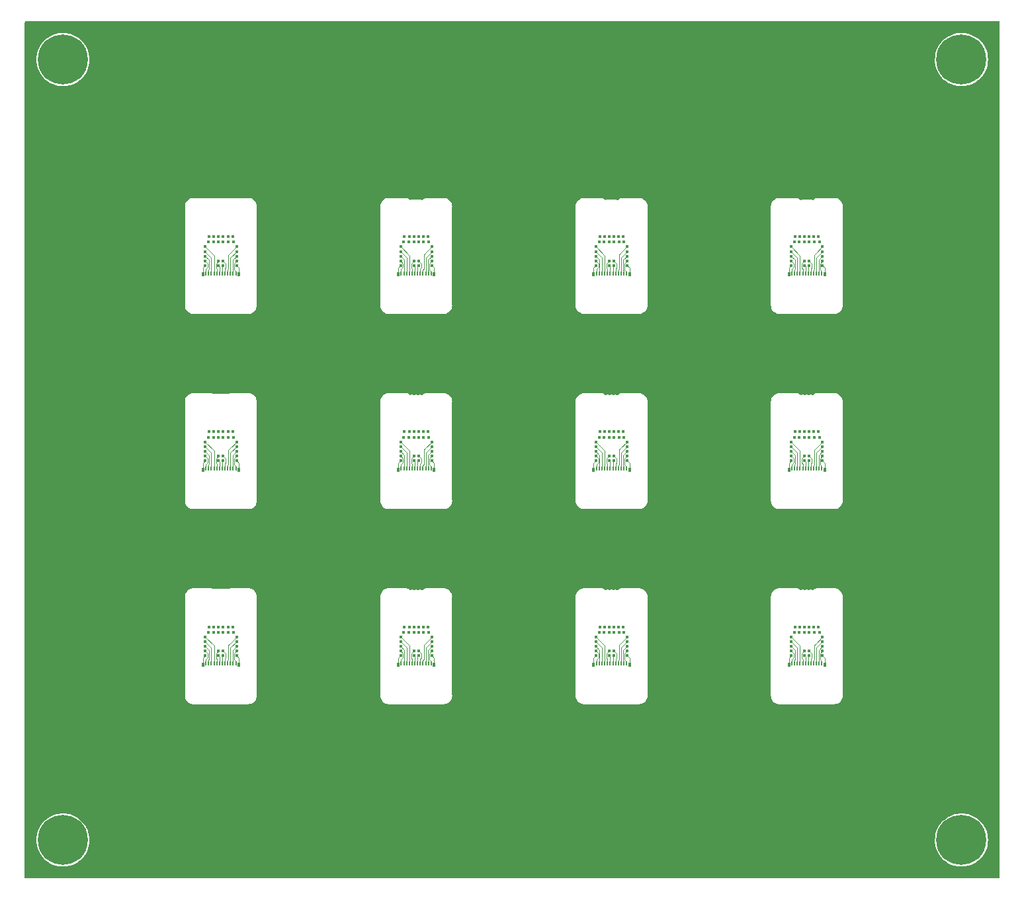
<source format=gbr>
%TF.GenerationSoftware,KiCad,Pcbnew,(6.0.0)*%
%TF.CreationDate,2022-11-29T13:54:36-05:00*%
%TF.ProjectId,pupdrive-eib24_panel,70757064-7269-4766-952d-65696232345f,B*%
%TF.SameCoordinates,Original*%
%TF.FileFunction,Copper,L2,Bot*%
%TF.FilePolarity,Positive*%
%FSLAX46Y46*%
G04 Gerber Fmt 4.6, Leading zero omitted, Abs format (unit mm)*
G04 Created by KiCad (PCBNEW (6.0.0)) date 2022-11-29 13:54:36*
%MOMM*%
%LPD*%
G01*
G04 APERTURE LIST*
G04 Aperture macros list*
%AMRoundRect*
0 Rectangle with rounded corners*
0 $1 Rounding radius*
0 $2 $3 $4 $5 $6 $7 $8 $9 X,Y pos of 4 corners*
0 Add a 4 corners polygon primitive as box body*
4,1,4,$2,$3,$4,$5,$6,$7,$8,$9,$2,$3,0*
0 Add four circle primitives for the rounded corners*
1,1,$1+$1,$2,$3*
1,1,$1+$1,$4,$5*
1,1,$1+$1,$6,$7*
1,1,$1+$1,$8,$9*
0 Add four rect primitives between the rounded corners*
20,1,$1+$1,$2,$3,$4,$5,0*
20,1,$1+$1,$4,$5,$6,$7,0*
20,1,$1+$1,$6,$7,$8,$9,0*
20,1,$1+$1,$8,$9,$2,$3,0*%
G04 Aperture macros list end*
%TA.AperFunction,ComponentPad*%
%ADD10C,0.420000*%
%TD*%
%TA.AperFunction,SMDPad,CuDef*%
%ADD11RoundRect,0.008000X-0.072000X-0.212000X0.072000X-0.212000X0.072000X0.212000X-0.072000X0.212000X0*%
%TD*%
%TA.AperFunction,SMDPad,CuDef*%
%ADD12RoundRect,0.010500X-0.094500X-0.229500X0.094500X-0.229500X0.094500X0.229500X-0.094500X0.229500X0*%
%TD*%
%TA.AperFunction,ComponentPad*%
%ADD13C,6.400000*%
%TD*%
%TA.AperFunction,Conductor*%
%ADD14C,0.076200*%
%TD*%
G04 APERTURE END LIST*
D10*
%TO.P,TP12,1,1*%
%TO.N,/E18*%
X96008579Y-67092088D03*
%TD*%
%TO.P,TP14,1,1*%
%TO.N,/E19*%
X120408579Y-67092088D03*
%TD*%
%TO.P,TP13,1,1*%
%TO.N,/E6*%
X146008579Y-64092088D03*
%TD*%
%TO.P,TP24,1,1*%
%TO.N,/E24*%
X168708579Y-66492088D03*
%TD*%
D11*
%TO.P,J2,1,Pin_1*%
%TO.N,/E24*%
X93783579Y-68082088D03*
%TO.P,J2,3,Pin_3*%
%TO.N,/E23*%
X94133579Y-68082088D03*
%TO.P,J2,5,Pin_5*%
%TO.N,/E22*%
X94483579Y-68082088D03*
%TO.P,J2,7,Pin_7*%
%TO.N,/E21*%
X94833579Y-68082088D03*
%TO.P,J2,9,Pin_9*%
%TO.N,/E20*%
X95183579Y-68082088D03*
%TO.P,J2,11,Pin_11*%
%TO.N,/E19*%
X95533579Y-68082088D03*
%TO.P,J2,13,Pin_13*%
%TO.N,/E18*%
X95883579Y-68082088D03*
%TO.P,J2,15,Pin_15*%
%TO.N,/E17*%
X96233579Y-68082088D03*
%TO.P,J2,17,Pin_17*%
%TO.N,/E16*%
X96583579Y-68082088D03*
%TO.P,J2,19,Pin_19*%
%TO.N,/E15*%
X96933579Y-68082088D03*
%TO.P,J2,21,Pin_21*%
%TO.N,/E14*%
X97283579Y-68082088D03*
%TO.P,J2,23,Pin_23*%
%TO.N,/E13*%
X97633579Y-68082088D03*
D12*
%TO.P,J2,MP1,MountPin1*%
%TO.N,GNDA*%
X93408579Y-68227088D03*
%TO.P,J2,MP3,MountPin3*%
%TO.N,/REF*%
X98008579Y-68227088D03*
%TD*%
D11*
%TO.P,J2,1,Pin_1*%
%TO.N,/E24*%
X168783579Y-68082088D03*
%TO.P,J2,3,Pin_3*%
%TO.N,/E23*%
X169133579Y-68082088D03*
%TO.P,J2,5,Pin_5*%
%TO.N,/E22*%
X169483579Y-68082088D03*
%TO.P,J2,7,Pin_7*%
%TO.N,/E21*%
X169833579Y-68082088D03*
%TO.P,J2,9,Pin_9*%
%TO.N,/E20*%
X170183579Y-68082088D03*
%TO.P,J2,11,Pin_11*%
%TO.N,/E19*%
X170533579Y-68082088D03*
%TO.P,J2,13,Pin_13*%
%TO.N,/E18*%
X170883579Y-68082088D03*
%TO.P,J2,15,Pin_15*%
%TO.N,/E17*%
X171233579Y-68082088D03*
%TO.P,J2,17,Pin_17*%
%TO.N,/E16*%
X171583579Y-68082088D03*
%TO.P,J2,19,Pin_19*%
%TO.N,/E15*%
X171933579Y-68082088D03*
%TO.P,J2,21,Pin_21*%
%TO.N,/E14*%
X172283579Y-68082088D03*
%TO.P,J2,23,Pin_23*%
%TO.N,/E13*%
X172633579Y-68082088D03*
D12*
%TO.P,J2,MP1,MountPin1*%
%TO.N,GNDA*%
X168408579Y-68227088D03*
%TO.P,J2,MP3,MountPin3*%
%TO.N,/REF*%
X173008579Y-68227088D03*
%TD*%
D11*
%TO.P,J2,1,Pin_1*%
%TO.N,/E24*%
X143783579Y-68082088D03*
%TO.P,J2,3,Pin_3*%
%TO.N,/E23*%
X144133579Y-68082088D03*
%TO.P,J2,5,Pin_5*%
%TO.N,/E22*%
X144483579Y-68082088D03*
%TO.P,J2,7,Pin_7*%
%TO.N,/E21*%
X144833579Y-68082088D03*
%TO.P,J2,9,Pin_9*%
%TO.N,/E20*%
X145183579Y-68082088D03*
%TO.P,J2,11,Pin_11*%
%TO.N,/E19*%
X145533579Y-68082088D03*
%TO.P,J2,13,Pin_13*%
%TO.N,/E18*%
X145883579Y-68082088D03*
%TO.P,J2,15,Pin_15*%
%TO.N,/E17*%
X146233579Y-68082088D03*
%TO.P,J2,17,Pin_17*%
%TO.N,/E16*%
X146583579Y-68082088D03*
%TO.P,J2,19,Pin_19*%
%TO.N,/E15*%
X146933579Y-68082088D03*
%TO.P,J2,21,Pin_21*%
%TO.N,/E14*%
X147283579Y-68082088D03*
%TO.P,J2,23,Pin_23*%
%TO.N,/E13*%
X147633579Y-68082088D03*
D12*
%TO.P,J2,MP1,MountPin1*%
%TO.N,GNDA*%
X143408579Y-68227088D03*
%TO.P,J2,MP3,MountPin3*%
%TO.N,/REF*%
X148008579Y-68227088D03*
%TD*%
D11*
%TO.P,J2,1,Pin_1*%
%TO.N,/E24*%
X118783579Y-68082088D03*
%TO.P,J2,3,Pin_3*%
%TO.N,/E23*%
X119133579Y-68082088D03*
%TO.P,J2,5,Pin_5*%
%TO.N,/E22*%
X119483579Y-68082088D03*
%TO.P,J2,7,Pin_7*%
%TO.N,/E21*%
X119833579Y-68082088D03*
%TO.P,J2,9,Pin_9*%
%TO.N,/E20*%
X120183579Y-68082088D03*
%TO.P,J2,11,Pin_11*%
%TO.N,/E19*%
X120533579Y-68082088D03*
%TO.P,J2,13,Pin_13*%
%TO.N,/E18*%
X120883579Y-68082088D03*
%TO.P,J2,15,Pin_15*%
%TO.N,/E17*%
X121233579Y-68082088D03*
%TO.P,J2,17,Pin_17*%
%TO.N,/E16*%
X121583579Y-68082088D03*
%TO.P,J2,19,Pin_19*%
%TO.N,/E15*%
X121933579Y-68082088D03*
%TO.P,J2,21,Pin_21*%
%TO.N,/E14*%
X122283579Y-68082088D03*
%TO.P,J2,23,Pin_23*%
%TO.N,/E13*%
X122633579Y-68082088D03*
D12*
%TO.P,J2,MP1,MountPin1*%
%TO.N,GNDA*%
X118408579Y-68227088D03*
%TO.P,J2,MP3,MountPin3*%
%TO.N,/REF*%
X123008579Y-68227088D03*
%TD*%
D10*
%TO.P,TP17,1,1*%
%TO.N,/E8*%
X120408579Y-63392088D03*
%TD*%
%TO.P,TP6,1,1*%
%TO.N,/E2*%
X172308579Y-64092088D03*
%TD*%
%TO.P,TP21,1,1*%
%TO.N,/E10*%
X94808579Y-63392088D03*
%TD*%
%TO.P,TP4,1,1*%
%TO.N,/REF*%
X122708579Y-67092088D03*
%TD*%
%TO.P,TP16,1,1*%
%TO.N,/E20*%
X170408579Y-66492088D03*
%TD*%
%TO.P,TP23,1,1*%
%TO.N,/E11*%
X169108579Y-64092088D03*
%TD*%
%TO.P,TP6,1,1*%
%TO.N,/E2*%
X122308579Y-64092088D03*
%TD*%
%TO.P,TP3,1,1*%
%TO.N,/E15*%
X122708579Y-65292088D03*
%TD*%
%TO.P,TP3,1,1*%
%TO.N,/E15*%
X97708579Y-65292088D03*
%TD*%
%TO.P,TP4,1,1*%
%TO.N,/REF*%
X97708579Y-67092088D03*
%TD*%
%TO.P,TP18,1,1*%
%TO.N,/E21*%
X118708579Y-64692088D03*
%TD*%
%TO.P,TP17,1,1*%
%TO.N,/E8*%
X145408579Y-63392088D03*
%TD*%
%TO.P,TP1,1,1*%
%TO.N,/E13*%
X122708579Y-66492088D03*
%TD*%
%TO.P,TP7,1,1*%
%TO.N,/E3*%
X146608579Y-63392088D03*
%TD*%
%TO.P,TP7,1,1*%
%TO.N,/E3*%
X171608579Y-63392088D03*
%TD*%
%TO.P,TP15,1,1*%
%TO.N,/E7*%
X95408579Y-64092088D03*
%TD*%
%TO.P,TP8,1,1*%
%TO.N,/E16*%
X97708579Y-64692088D03*
%TD*%
%TO.P,TP2,1,1*%
%TO.N,/E14*%
X172708579Y-65892088D03*
%TD*%
%TO.P,TP24,1,1*%
%TO.N,/E24*%
X93708579Y-66492088D03*
%TD*%
%TO.P,TP26,1,1*%
%TO.N,GNDA*%
X93708579Y-67092088D03*
%TD*%
%TO.P,TP7,1,1*%
%TO.N,/E3*%
X96608579Y-63392088D03*
%TD*%
%TO.P,TP3,1,1*%
%TO.N,/E15*%
X147708579Y-65292088D03*
%TD*%
%TO.P,TP4,1,1*%
%TO.N,/REF*%
X147708579Y-67092088D03*
%TD*%
%TO.P,TP20,1,1*%
%TO.N,/E22*%
X168708579Y-65292088D03*
%TD*%
%TO.P,TP9,1,1*%
%TO.N,/E4*%
X121658579Y-64092088D03*
%TD*%
%TO.P,TP13,1,1*%
%TO.N,/E6*%
X171008579Y-64092088D03*
%TD*%
%TO.P,TP13,1,1*%
%TO.N,/E6*%
X96008579Y-64092088D03*
%TD*%
%TO.P,TP5,1,1*%
%TO.N,/E1*%
X97208579Y-63392088D03*
%TD*%
%TO.P,TP1,1,1*%
%TO.N,/E13*%
X147708579Y-66492088D03*
%TD*%
%TO.P,TP26,1,1*%
%TO.N,GNDA*%
X168708579Y-67092088D03*
%TD*%
%TO.P,TP3,1,1*%
%TO.N,/E15*%
X172708579Y-65292088D03*
%TD*%
%TO.P,TP4,1,1*%
%TO.N,/REF*%
X172708579Y-67092088D03*
%TD*%
%TO.P,TP1,1,1*%
%TO.N,/E13*%
X97708579Y-66492088D03*
%TD*%
%TO.P,TP12,1,1*%
%TO.N,/E18*%
X121008579Y-67092088D03*
%TD*%
%TO.P,TP13,1,1*%
%TO.N,/E6*%
X121008579Y-64092088D03*
%TD*%
%TO.P,TP5,1,1*%
%TO.N,/E1*%
X122208579Y-63392088D03*
%TD*%
%TO.P,TP20,1,1*%
%TO.N,/E22*%
X118708579Y-65292088D03*
%TD*%
%TO.P,TP24,1,1*%
%TO.N,/E24*%
X118708579Y-66492088D03*
%TD*%
%TO.P,TP19,1,1*%
%TO.N,/E9*%
X144758579Y-64092088D03*
%TD*%
%TO.P,TP24,1,1*%
%TO.N,/E24*%
X143708579Y-66492088D03*
%TD*%
%TO.P,TP22,1,1*%
%TO.N,/E23*%
X143708579Y-65892088D03*
%TD*%
%TO.P,TP20,1,1*%
%TO.N,/E22*%
X93708579Y-65292088D03*
%TD*%
%TO.P,TP25,1,1*%
%TO.N,/E12*%
X119208579Y-63392088D03*
%TD*%
%TO.P,TP7,1,1*%
%TO.N,/E3*%
X121608579Y-63392088D03*
%TD*%
%TO.P,TP23,1,1*%
%TO.N,/E11*%
X119108579Y-64092088D03*
%TD*%
%TO.P,TP12,1,1*%
%TO.N,/E18*%
X171008579Y-67092088D03*
%TD*%
%TO.P,TP15,1,1*%
%TO.N,/E7*%
X120408579Y-64092088D03*
%TD*%
%TO.P,TP11,1,1*%
%TO.N,/E5*%
X121008579Y-63392088D03*
%TD*%
%TO.P,TP5,1,1*%
%TO.N,/E1*%
X147208579Y-63392088D03*
%TD*%
%TO.P,TP8,1,1*%
%TO.N,/E16*%
X147708579Y-64692088D03*
%TD*%
%TO.P,TP2,1,1*%
%TO.N,/E14*%
X97708579Y-65892088D03*
%TD*%
%TO.P,TP19,1,1*%
%TO.N,/E9*%
X169758579Y-64092088D03*
%TD*%
%TO.P,TP26,1,1*%
%TO.N,GNDA*%
X143708579Y-67092088D03*
%TD*%
%TO.P,TP14,1,1*%
%TO.N,/E19*%
X145408579Y-67092088D03*
%TD*%
%TO.P,TP20,1,1*%
%TO.N,/E22*%
X143708579Y-65292088D03*
%TD*%
%TO.P,TP19,1,1*%
%TO.N,/E9*%
X94758579Y-64092088D03*
%TD*%
%TO.P,TP18,1,1*%
%TO.N,/E21*%
X168708579Y-64692088D03*
%TD*%
%TO.P,TP23,1,1*%
%TO.N,/E11*%
X144108579Y-64092088D03*
%TD*%
%TO.P,TP21,1,1*%
%TO.N,/E10*%
X119808579Y-63392088D03*
%TD*%
%TO.P,TP9,1,1*%
%TO.N,/E4*%
X171658579Y-64092088D03*
%TD*%
%TO.P,TP25,1,1*%
%TO.N,/E12*%
X144208579Y-63392088D03*
%TD*%
%TO.P,TP10,1,1*%
%TO.N,/E17*%
X121008579Y-66492088D03*
%TD*%
%TO.P,TP25,1,1*%
%TO.N,/E12*%
X94208579Y-63392088D03*
%TD*%
%TO.P,TP12,1,1*%
%TO.N,/E18*%
X146008579Y-67092088D03*
%TD*%
%TO.P,TP11,1,1*%
%TO.N,/E5*%
X171008579Y-63392088D03*
%TD*%
%TO.P,TP15,1,1*%
%TO.N,/E7*%
X170408579Y-64092088D03*
%TD*%
%TO.P,TP17,1,1*%
%TO.N,/E8*%
X170408579Y-63392088D03*
%TD*%
%TO.P,TP10,1,1*%
%TO.N,/E17*%
X96008579Y-66492088D03*
%TD*%
%TO.P,TP15,1,1*%
%TO.N,/E7*%
X145408579Y-64092088D03*
%TD*%
%TO.P,TP17,1,1*%
%TO.N,/E8*%
X95408579Y-63392088D03*
%TD*%
%TO.P,TP6,1,1*%
%TO.N,/E2*%
X147308579Y-64092088D03*
%TD*%
%TO.P,TP14,1,1*%
%TO.N,/E19*%
X95408579Y-67092088D03*
%TD*%
%TO.P,TP5,1,1*%
%TO.N,/E1*%
X172208579Y-63392088D03*
%TD*%
%TO.P,TP8,1,1*%
%TO.N,/E16*%
X172708579Y-64692088D03*
%TD*%
%TO.P,TP9,1,1*%
%TO.N,/E4*%
X146658579Y-64092088D03*
%TD*%
%TO.P,TP2,1,1*%
%TO.N,/E14*%
X147708579Y-65892088D03*
%TD*%
%TO.P,TP2,1,1*%
%TO.N,/E14*%
X122708579Y-65892088D03*
%TD*%
%TO.P,TP8,1,1*%
%TO.N,/E16*%
X122708579Y-64692088D03*
%TD*%
%TO.P,TP11,1,1*%
%TO.N,/E5*%
X96008579Y-63392088D03*
%TD*%
%TO.P,TP6,1,1*%
%TO.N,/E2*%
X97308579Y-64092088D03*
%TD*%
%TO.P,TP22,1,1*%
%TO.N,/E23*%
X118708579Y-65892088D03*
%TD*%
%TO.P,TP10,1,1*%
%TO.N,/E17*%
X171008579Y-66492088D03*
%TD*%
%TO.P,TP26,1,1*%
%TO.N,GNDA*%
X118708579Y-67092088D03*
%TD*%
%TO.P,TP19,1,1*%
%TO.N,/E9*%
X119758579Y-64092088D03*
%TD*%
%TO.P,TP22,1,1*%
%TO.N,/E23*%
X168708579Y-65892088D03*
%TD*%
%TO.P,TP1,1,1*%
%TO.N,/E13*%
X172708579Y-66492088D03*
%TD*%
%TO.P,TP14,1,1*%
%TO.N,/E19*%
X170408579Y-67092088D03*
%TD*%
%TO.P,TP10,1,1*%
%TO.N,/E17*%
X146008579Y-66492088D03*
%TD*%
%TO.P,TP16,1,1*%
%TO.N,/E20*%
X120408579Y-66492088D03*
%TD*%
%TO.P,TP16,1,1*%
%TO.N,/E20*%
X145408579Y-66492088D03*
%TD*%
%TO.P,TP25,1,1*%
%TO.N,/E12*%
X169208579Y-63392088D03*
%TD*%
%TO.P,TP11,1,1*%
%TO.N,/E5*%
X146008579Y-63392088D03*
%TD*%
%TO.P,TP18,1,1*%
%TO.N,/E21*%
X93708579Y-64692088D03*
%TD*%
%TO.P,TP23,1,1*%
%TO.N,/E11*%
X94108579Y-64092088D03*
%TD*%
%TO.P,TP18,1,1*%
%TO.N,/E21*%
X143708579Y-64692088D03*
%TD*%
%TO.P,TP22,1,1*%
%TO.N,/E23*%
X93708579Y-65892088D03*
%TD*%
%TO.P,TP21,1,1*%
%TO.N,/E10*%
X169808579Y-63392088D03*
%TD*%
%TO.P,TP21,1,1*%
%TO.N,/E10*%
X144808579Y-63392088D03*
%TD*%
%TO.P,TP9,1,1*%
%TO.N,/E4*%
X96658579Y-64092088D03*
%TD*%
%TO.P,TP16,1,1*%
%TO.N,/E20*%
X95408579Y-66492088D03*
%TD*%
%TO.P,TP12,1,1*%
%TO.N,/E18*%
X96008579Y-92092088D03*
%TD*%
%TO.P,TP14,1,1*%
%TO.N,/E19*%
X120408579Y-92092088D03*
%TD*%
%TO.P,TP13,1,1*%
%TO.N,/E6*%
X146008579Y-89092088D03*
%TD*%
%TO.P,TP24,1,1*%
%TO.N,/E24*%
X168708579Y-91492088D03*
%TD*%
D11*
%TO.P,J2,1,Pin_1*%
%TO.N,/E24*%
X93783579Y-93082088D03*
%TO.P,J2,3,Pin_3*%
%TO.N,/E23*%
X94133579Y-93082088D03*
%TO.P,J2,5,Pin_5*%
%TO.N,/E22*%
X94483579Y-93082088D03*
%TO.P,J2,7,Pin_7*%
%TO.N,/E21*%
X94833579Y-93082088D03*
%TO.P,J2,9,Pin_9*%
%TO.N,/E20*%
X95183579Y-93082088D03*
%TO.P,J2,11,Pin_11*%
%TO.N,/E19*%
X95533579Y-93082088D03*
%TO.P,J2,13,Pin_13*%
%TO.N,/E18*%
X95883579Y-93082088D03*
%TO.P,J2,15,Pin_15*%
%TO.N,/E17*%
X96233579Y-93082088D03*
%TO.P,J2,17,Pin_17*%
%TO.N,/E16*%
X96583579Y-93082088D03*
%TO.P,J2,19,Pin_19*%
%TO.N,/E15*%
X96933579Y-93082088D03*
%TO.P,J2,21,Pin_21*%
%TO.N,/E14*%
X97283579Y-93082088D03*
%TO.P,J2,23,Pin_23*%
%TO.N,/E13*%
X97633579Y-93082088D03*
D12*
%TO.P,J2,MP1,MountPin1*%
%TO.N,GNDA*%
X93408579Y-93227088D03*
%TO.P,J2,MP3,MountPin3*%
%TO.N,/REF*%
X98008579Y-93227088D03*
%TD*%
D11*
%TO.P,J2,1,Pin_1*%
%TO.N,/E24*%
X168783579Y-93082088D03*
%TO.P,J2,3,Pin_3*%
%TO.N,/E23*%
X169133579Y-93082088D03*
%TO.P,J2,5,Pin_5*%
%TO.N,/E22*%
X169483579Y-93082088D03*
%TO.P,J2,7,Pin_7*%
%TO.N,/E21*%
X169833579Y-93082088D03*
%TO.P,J2,9,Pin_9*%
%TO.N,/E20*%
X170183579Y-93082088D03*
%TO.P,J2,11,Pin_11*%
%TO.N,/E19*%
X170533579Y-93082088D03*
%TO.P,J2,13,Pin_13*%
%TO.N,/E18*%
X170883579Y-93082088D03*
%TO.P,J2,15,Pin_15*%
%TO.N,/E17*%
X171233579Y-93082088D03*
%TO.P,J2,17,Pin_17*%
%TO.N,/E16*%
X171583579Y-93082088D03*
%TO.P,J2,19,Pin_19*%
%TO.N,/E15*%
X171933579Y-93082088D03*
%TO.P,J2,21,Pin_21*%
%TO.N,/E14*%
X172283579Y-93082088D03*
%TO.P,J2,23,Pin_23*%
%TO.N,/E13*%
X172633579Y-93082088D03*
D12*
%TO.P,J2,MP1,MountPin1*%
%TO.N,GNDA*%
X168408579Y-93227088D03*
%TO.P,J2,MP3,MountPin3*%
%TO.N,/REF*%
X173008579Y-93227088D03*
%TD*%
D11*
%TO.P,J2,1,Pin_1*%
%TO.N,/E24*%
X143783579Y-93082088D03*
%TO.P,J2,3,Pin_3*%
%TO.N,/E23*%
X144133579Y-93082088D03*
%TO.P,J2,5,Pin_5*%
%TO.N,/E22*%
X144483579Y-93082088D03*
%TO.P,J2,7,Pin_7*%
%TO.N,/E21*%
X144833579Y-93082088D03*
%TO.P,J2,9,Pin_9*%
%TO.N,/E20*%
X145183579Y-93082088D03*
%TO.P,J2,11,Pin_11*%
%TO.N,/E19*%
X145533579Y-93082088D03*
%TO.P,J2,13,Pin_13*%
%TO.N,/E18*%
X145883579Y-93082088D03*
%TO.P,J2,15,Pin_15*%
%TO.N,/E17*%
X146233579Y-93082088D03*
%TO.P,J2,17,Pin_17*%
%TO.N,/E16*%
X146583579Y-93082088D03*
%TO.P,J2,19,Pin_19*%
%TO.N,/E15*%
X146933579Y-93082088D03*
%TO.P,J2,21,Pin_21*%
%TO.N,/E14*%
X147283579Y-93082088D03*
%TO.P,J2,23,Pin_23*%
%TO.N,/E13*%
X147633579Y-93082088D03*
D12*
%TO.P,J2,MP1,MountPin1*%
%TO.N,GNDA*%
X143408579Y-93227088D03*
%TO.P,J2,MP3,MountPin3*%
%TO.N,/REF*%
X148008579Y-93227088D03*
%TD*%
D11*
%TO.P,J2,1,Pin_1*%
%TO.N,/E24*%
X118783579Y-93082088D03*
%TO.P,J2,3,Pin_3*%
%TO.N,/E23*%
X119133579Y-93082088D03*
%TO.P,J2,5,Pin_5*%
%TO.N,/E22*%
X119483579Y-93082088D03*
%TO.P,J2,7,Pin_7*%
%TO.N,/E21*%
X119833579Y-93082088D03*
%TO.P,J2,9,Pin_9*%
%TO.N,/E20*%
X120183579Y-93082088D03*
%TO.P,J2,11,Pin_11*%
%TO.N,/E19*%
X120533579Y-93082088D03*
%TO.P,J2,13,Pin_13*%
%TO.N,/E18*%
X120883579Y-93082088D03*
%TO.P,J2,15,Pin_15*%
%TO.N,/E17*%
X121233579Y-93082088D03*
%TO.P,J2,17,Pin_17*%
%TO.N,/E16*%
X121583579Y-93082088D03*
%TO.P,J2,19,Pin_19*%
%TO.N,/E15*%
X121933579Y-93082088D03*
%TO.P,J2,21,Pin_21*%
%TO.N,/E14*%
X122283579Y-93082088D03*
%TO.P,J2,23,Pin_23*%
%TO.N,/E13*%
X122633579Y-93082088D03*
D12*
%TO.P,J2,MP1,MountPin1*%
%TO.N,GNDA*%
X118408579Y-93227088D03*
%TO.P,J2,MP3,MountPin3*%
%TO.N,/REF*%
X123008579Y-93227088D03*
%TD*%
D10*
%TO.P,TP17,1,1*%
%TO.N,/E8*%
X120408579Y-88392088D03*
%TD*%
%TO.P,TP6,1,1*%
%TO.N,/E2*%
X172308579Y-89092088D03*
%TD*%
%TO.P,TP21,1,1*%
%TO.N,/E10*%
X94808579Y-88392088D03*
%TD*%
%TO.P,TP4,1,1*%
%TO.N,/REF*%
X122708579Y-92092088D03*
%TD*%
%TO.P,TP16,1,1*%
%TO.N,/E20*%
X170408579Y-91492088D03*
%TD*%
%TO.P,TP23,1,1*%
%TO.N,/E11*%
X169108579Y-89092088D03*
%TD*%
%TO.P,TP6,1,1*%
%TO.N,/E2*%
X122308579Y-89092088D03*
%TD*%
%TO.P,TP3,1,1*%
%TO.N,/E15*%
X122708579Y-90292088D03*
%TD*%
%TO.P,TP3,1,1*%
%TO.N,/E15*%
X97708579Y-90292088D03*
%TD*%
%TO.P,TP4,1,1*%
%TO.N,/REF*%
X97708579Y-92092088D03*
%TD*%
%TO.P,TP18,1,1*%
%TO.N,/E21*%
X118708579Y-89692088D03*
%TD*%
%TO.P,TP17,1,1*%
%TO.N,/E8*%
X145408579Y-88392088D03*
%TD*%
%TO.P,TP1,1,1*%
%TO.N,/E13*%
X122708579Y-91492088D03*
%TD*%
%TO.P,TP7,1,1*%
%TO.N,/E3*%
X146608579Y-88392088D03*
%TD*%
%TO.P,TP7,1,1*%
%TO.N,/E3*%
X171608579Y-88392088D03*
%TD*%
%TO.P,TP15,1,1*%
%TO.N,/E7*%
X95408579Y-89092088D03*
%TD*%
%TO.P,TP8,1,1*%
%TO.N,/E16*%
X97708579Y-89692088D03*
%TD*%
%TO.P,TP2,1,1*%
%TO.N,/E14*%
X172708579Y-90892088D03*
%TD*%
%TO.P,TP24,1,1*%
%TO.N,/E24*%
X93708579Y-91492088D03*
%TD*%
%TO.P,TP26,1,1*%
%TO.N,GNDA*%
X93708579Y-92092088D03*
%TD*%
%TO.P,TP7,1,1*%
%TO.N,/E3*%
X96608579Y-88392088D03*
%TD*%
%TO.P,TP3,1,1*%
%TO.N,/E15*%
X147708579Y-90292088D03*
%TD*%
%TO.P,TP4,1,1*%
%TO.N,/REF*%
X147708579Y-92092088D03*
%TD*%
%TO.P,TP20,1,1*%
%TO.N,/E22*%
X168708579Y-90292088D03*
%TD*%
%TO.P,TP9,1,1*%
%TO.N,/E4*%
X121658579Y-89092088D03*
%TD*%
%TO.P,TP13,1,1*%
%TO.N,/E6*%
X171008579Y-89092088D03*
%TD*%
%TO.P,TP13,1,1*%
%TO.N,/E6*%
X96008579Y-89092088D03*
%TD*%
%TO.P,TP5,1,1*%
%TO.N,/E1*%
X97208579Y-88392088D03*
%TD*%
%TO.P,TP1,1,1*%
%TO.N,/E13*%
X147708579Y-91492088D03*
%TD*%
%TO.P,TP26,1,1*%
%TO.N,GNDA*%
X168708579Y-92092088D03*
%TD*%
%TO.P,TP3,1,1*%
%TO.N,/E15*%
X172708579Y-90292088D03*
%TD*%
%TO.P,TP4,1,1*%
%TO.N,/REF*%
X172708579Y-92092088D03*
%TD*%
%TO.P,TP1,1,1*%
%TO.N,/E13*%
X97708579Y-91492088D03*
%TD*%
%TO.P,TP12,1,1*%
%TO.N,/E18*%
X121008579Y-92092088D03*
%TD*%
%TO.P,TP13,1,1*%
%TO.N,/E6*%
X121008579Y-89092088D03*
%TD*%
%TO.P,TP5,1,1*%
%TO.N,/E1*%
X122208579Y-88392088D03*
%TD*%
%TO.P,TP20,1,1*%
%TO.N,/E22*%
X118708579Y-90292088D03*
%TD*%
%TO.P,TP24,1,1*%
%TO.N,/E24*%
X118708579Y-91492088D03*
%TD*%
%TO.P,TP19,1,1*%
%TO.N,/E9*%
X144758579Y-89092088D03*
%TD*%
%TO.P,TP24,1,1*%
%TO.N,/E24*%
X143708579Y-91492088D03*
%TD*%
%TO.P,TP22,1,1*%
%TO.N,/E23*%
X143708579Y-90892088D03*
%TD*%
%TO.P,TP20,1,1*%
%TO.N,/E22*%
X93708579Y-90292088D03*
%TD*%
%TO.P,TP25,1,1*%
%TO.N,/E12*%
X119208579Y-88392088D03*
%TD*%
%TO.P,TP7,1,1*%
%TO.N,/E3*%
X121608579Y-88392088D03*
%TD*%
%TO.P,TP23,1,1*%
%TO.N,/E11*%
X119108579Y-89092088D03*
%TD*%
%TO.P,TP12,1,1*%
%TO.N,/E18*%
X171008579Y-92092088D03*
%TD*%
%TO.P,TP15,1,1*%
%TO.N,/E7*%
X120408579Y-89092088D03*
%TD*%
%TO.P,TP11,1,1*%
%TO.N,/E5*%
X121008579Y-88392088D03*
%TD*%
%TO.P,TP5,1,1*%
%TO.N,/E1*%
X147208579Y-88392088D03*
%TD*%
%TO.P,TP8,1,1*%
%TO.N,/E16*%
X147708579Y-89692088D03*
%TD*%
%TO.P,TP2,1,1*%
%TO.N,/E14*%
X97708579Y-90892088D03*
%TD*%
%TO.P,TP19,1,1*%
%TO.N,/E9*%
X169758579Y-89092088D03*
%TD*%
%TO.P,TP26,1,1*%
%TO.N,GNDA*%
X143708579Y-92092088D03*
%TD*%
%TO.P,TP14,1,1*%
%TO.N,/E19*%
X145408579Y-92092088D03*
%TD*%
%TO.P,TP20,1,1*%
%TO.N,/E22*%
X143708579Y-90292088D03*
%TD*%
%TO.P,TP19,1,1*%
%TO.N,/E9*%
X94758579Y-89092088D03*
%TD*%
%TO.P,TP18,1,1*%
%TO.N,/E21*%
X168708579Y-89692088D03*
%TD*%
%TO.P,TP23,1,1*%
%TO.N,/E11*%
X144108579Y-89092088D03*
%TD*%
%TO.P,TP21,1,1*%
%TO.N,/E10*%
X119808579Y-88392088D03*
%TD*%
%TO.P,TP9,1,1*%
%TO.N,/E4*%
X171658579Y-89092088D03*
%TD*%
%TO.P,TP25,1,1*%
%TO.N,/E12*%
X144208579Y-88392088D03*
%TD*%
%TO.P,TP10,1,1*%
%TO.N,/E17*%
X121008579Y-91492088D03*
%TD*%
%TO.P,TP25,1,1*%
%TO.N,/E12*%
X94208579Y-88392088D03*
%TD*%
%TO.P,TP12,1,1*%
%TO.N,/E18*%
X146008579Y-92092088D03*
%TD*%
%TO.P,TP11,1,1*%
%TO.N,/E5*%
X171008579Y-88392088D03*
%TD*%
%TO.P,TP15,1,1*%
%TO.N,/E7*%
X170408579Y-89092088D03*
%TD*%
%TO.P,TP17,1,1*%
%TO.N,/E8*%
X170408579Y-88392088D03*
%TD*%
%TO.P,TP10,1,1*%
%TO.N,/E17*%
X96008579Y-91492088D03*
%TD*%
%TO.P,TP15,1,1*%
%TO.N,/E7*%
X145408579Y-89092088D03*
%TD*%
%TO.P,TP17,1,1*%
%TO.N,/E8*%
X95408579Y-88392088D03*
%TD*%
%TO.P,TP6,1,1*%
%TO.N,/E2*%
X147308579Y-89092088D03*
%TD*%
%TO.P,TP14,1,1*%
%TO.N,/E19*%
X95408579Y-92092088D03*
%TD*%
%TO.P,TP5,1,1*%
%TO.N,/E1*%
X172208579Y-88392088D03*
%TD*%
%TO.P,TP8,1,1*%
%TO.N,/E16*%
X172708579Y-89692088D03*
%TD*%
%TO.P,TP9,1,1*%
%TO.N,/E4*%
X146658579Y-89092088D03*
%TD*%
%TO.P,TP2,1,1*%
%TO.N,/E14*%
X147708579Y-90892088D03*
%TD*%
%TO.P,TP2,1,1*%
%TO.N,/E14*%
X122708579Y-90892088D03*
%TD*%
%TO.P,TP8,1,1*%
%TO.N,/E16*%
X122708579Y-89692088D03*
%TD*%
%TO.P,TP11,1,1*%
%TO.N,/E5*%
X96008579Y-88392088D03*
%TD*%
%TO.P,TP6,1,1*%
%TO.N,/E2*%
X97308579Y-89092088D03*
%TD*%
%TO.P,TP22,1,1*%
%TO.N,/E23*%
X118708579Y-90892088D03*
%TD*%
%TO.P,TP10,1,1*%
%TO.N,/E17*%
X171008579Y-91492088D03*
%TD*%
%TO.P,TP26,1,1*%
%TO.N,GNDA*%
X118708579Y-92092088D03*
%TD*%
%TO.P,TP19,1,1*%
%TO.N,/E9*%
X119758579Y-89092088D03*
%TD*%
%TO.P,TP22,1,1*%
%TO.N,/E23*%
X168708579Y-90892088D03*
%TD*%
%TO.P,TP1,1,1*%
%TO.N,/E13*%
X172708579Y-91492088D03*
%TD*%
%TO.P,TP14,1,1*%
%TO.N,/E19*%
X170408579Y-92092088D03*
%TD*%
%TO.P,TP10,1,1*%
%TO.N,/E17*%
X146008579Y-91492088D03*
%TD*%
%TO.P,TP16,1,1*%
%TO.N,/E20*%
X120408579Y-91492088D03*
%TD*%
%TO.P,TP16,1,1*%
%TO.N,/E20*%
X145408579Y-91492088D03*
%TD*%
%TO.P,TP25,1,1*%
%TO.N,/E12*%
X169208579Y-88392088D03*
%TD*%
%TO.P,TP11,1,1*%
%TO.N,/E5*%
X146008579Y-88392088D03*
%TD*%
%TO.P,TP18,1,1*%
%TO.N,/E21*%
X93708579Y-89692088D03*
%TD*%
%TO.P,TP23,1,1*%
%TO.N,/E11*%
X94108579Y-89092088D03*
%TD*%
%TO.P,TP18,1,1*%
%TO.N,/E21*%
X143708579Y-89692088D03*
%TD*%
%TO.P,TP22,1,1*%
%TO.N,/E23*%
X93708579Y-90892088D03*
%TD*%
%TO.P,TP21,1,1*%
%TO.N,/E10*%
X169808579Y-88392088D03*
%TD*%
%TO.P,TP21,1,1*%
%TO.N,/E10*%
X144808579Y-88392088D03*
%TD*%
%TO.P,TP9,1,1*%
%TO.N,/E4*%
X96658579Y-89092088D03*
%TD*%
%TO.P,TP16,1,1*%
%TO.N,/E20*%
X95408579Y-91492088D03*
%TD*%
%TO.P,TP21,1,1*%
%TO.N,/E10*%
X144808579Y-113392088D03*
%TD*%
%TO.P,TP21,1,1*%
%TO.N,/E10*%
X169808579Y-113392088D03*
%TD*%
%TO.P,TP18,1,1*%
%TO.N,/E21*%
X143708579Y-114692088D03*
%TD*%
%TO.P,TP11,1,1*%
%TO.N,/E5*%
X146008579Y-113392088D03*
%TD*%
%TO.P,TP25,1,1*%
%TO.N,/E12*%
X169208579Y-113392088D03*
%TD*%
%TO.P,TP16,1,1*%
%TO.N,/E20*%
X145408579Y-116492088D03*
%TD*%
%TO.P,TP16,1,1*%
%TO.N,/E20*%
X120408579Y-116492088D03*
%TD*%
%TO.P,TP10,1,1*%
%TO.N,/E17*%
X146008579Y-116492088D03*
%TD*%
%TO.P,TP14,1,1*%
%TO.N,/E19*%
X170408579Y-117092088D03*
%TD*%
%TO.P,TP1,1,1*%
%TO.N,/E13*%
X172708579Y-116492088D03*
%TD*%
%TO.P,TP22,1,1*%
%TO.N,/E23*%
X168708579Y-115892088D03*
%TD*%
%TO.P,TP19,1,1*%
%TO.N,/E9*%
X119758579Y-114092088D03*
%TD*%
%TO.P,TP26,1,1*%
%TO.N,GNDA*%
X118708579Y-117092088D03*
%TD*%
%TO.P,TP10,1,1*%
%TO.N,/E17*%
X171008579Y-116492088D03*
%TD*%
%TO.P,TP22,1,1*%
%TO.N,/E23*%
X118708579Y-115892088D03*
%TD*%
%TO.P,TP8,1,1*%
%TO.N,/E16*%
X122708579Y-114692088D03*
%TD*%
%TO.P,TP2,1,1*%
%TO.N,/E14*%
X122708579Y-115892088D03*
%TD*%
%TO.P,TP2,1,1*%
%TO.N,/E14*%
X147708579Y-115892088D03*
%TD*%
%TO.P,TP9,1,1*%
%TO.N,/E4*%
X146658579Y-114092088D03*
%TD*%
%TO.P,TP8,1,1*%
%TO.N,/E16*%
X172708579Y-114692088D03*
%TD*%
%TO.P,TP5,1,1*%
%TO.N,/E1*%
X172208579Y-113392088D03*
%TD*%
%TO.P,TP6,1,1*%
%TO.N,/E2*%
X147308579Y-114092088D03*
%TD*%
%TO.P,TP15,1,1*%
%TO.N,/E7*%
X145408579Y-114092088D03*
%TD*%
%TO.P,TP17,1,1*%
%TO.N,/E8*%
X170408579Y-113392088D03*
%TD*%
%TO.P,TP15,1,1*%
%TO.N,/E7*%
X170408579Y-114092088D03*
%TD*%
%TO.P,TP11,1,1*%
%TO.N,/E5*%
X171008579Y-113392088D03*
%TD*%
%TO.P,TP12,1,1*%
%TO.N,/E18*%
X146008579Y-117092088D03*
%TD*%
%TO.P,TP10,1,1*%
%TO.N,/E17*%
X121008579Y-116492088D03*
%TD*%
%TO.P,TP25,1,1*%
%TO.N,/E12*%
X144208579Y-113392088D03*
%TD*%
%TO.P,TP9,1,1*%
%TO.N,/E4*%
X171658579Y-114092088D03*
%TD*%
%TO.P,TP21,1,1*%
%TO.N,/E10*%
X119808579Y-113392088D03*
%TD*%
%TO.P,TP23,1,1*%
%TO.N,/E11*%
X144108579Y-114092088D03*
%TD*%
%TO.P,TP18,1,1*%
%TO.N,/E21*%
X168708579Y-114692088D03*
%TD*%
%TO.P,TP20,1,1*%
%TO.N,/E22*%
X143708579Y-115292088D03*
%TD*%
%TO.P,TP14,1,1*%
%TO.N,/E19*%
X145408579Y-117092088D03*
%TD*%
%TO.P,TP26,1,1*%
%TO.N,GNDA*%
X143708579Y-117092088D03*
%TD*%
%TO.P,TP19,1,1*%
%TO.N,/E9*%
X169758579Y-114092088D03*
%TD*%
%TO.P,TP8,1,1*%
%TO.N,/E16*%
X147708579Y-114692088D03*
%TD*%
%TO.P,TP5,1,1*%
%TO.N,/E1*%
X147208579Y-113392088D03*
%TD*%
%TO.P,TP11,1,1*%
%TO.N,/E5*%
X121008579Y-113392088D03*
%TD*%
%TO.P,TP15,1,1*%
%TO.N,/E7*%
X120408579Y-114092088D03*
%TD*%
%TO.P,TP12,1,1*%
%TO.N,/E18*%
X171008579Y-117092088D03*
%TD*%
%TO.P,TP23,1,1*%
%TO.N,/E11*%
X119108579Y-114092088D03*
%TD*%
%TO.P,TP7,1,1*%
%TO.N,/E3*%
X121608579Y-113392088D03*
%TD*%
%TO.P,TP25,1,1*%
%TO.N,/E12*%
X119208579Y-113392088D03*
%TD*%
%TO.P,TP22,1,1*%
%TO.N,/E23*%
X143708579Y-115892088D03*
%TD*%
%TO.P,TP24,1,1*%
%TO.N,/E24*%
X143708579Y-116492088D03*
%TD*%
%TO.P,TP19,1,1*%
%TO.N,/E9*%
X144758579Y-114092088D03*
%TD*%
%TO.P,TP24,1,1*%
%TO.N,/E24*%
X118708579Y-116492088D03*
%TD*%
%TO.P,TP20,1,1*%
%TO.N,/E22*%
X118708579Y-115292088D03*
%TD*%
%TO.P,TP5,1,1*%
%TO.N,/E1*%
X122208579Y-113392088D03*
%TD*%
%TO.P,TP13,1,1*%
%TO.N,/E6*%
X121008579Y-114092088D03*
%TD*%
%TO.P,TP12,1,1*%
%TO.N,/E18*%
X121008579Y-117092088D03*
%TD*%
%TO.P,TP4,1,1*%
%TO.N,/REF*%
X172708579Y-117092088D03*
%TD*%
%TO.P,TP3,1,1*%
%TO.N,/E15*%
X172708579Y-115292088D03*
%TD*%
%TO.P,TP26,1,1*%
%TO.N,GNDA*%
X168708579Y-117092088D03*
%TD*%
%TO.P,TP1,1,1*%
%TO.N,/E13*%
X147708579Y-116492088D03*
%TD*%
%TO.P,TP13,1,1*%
%TO.N,/E6*%
X171008579Y-114092088D03*
%TD*%
%TO.P,TP9,1,1*%
%TO.N,/E4*%
X121658579Y-114092088D03*
%TD*%
%TO.P,TP20,1,1*%
%TO.N,/E22*%
X168708579Y-115292088D03*
%TD*%
%TO.P,TP4,1,1*%
%TO.N,/REF*%
X147708579Y-117092088D03*
%TD*%
%TO.P,TP3,1,1*%
%TO.N,/E15*%
X147708579Y-115292088D03*
%TD*%
%TO.P,TP2,1,1*%
%TO.N,/E14*%
X172708579Y-115892088D03*
%TD*%
%TO.P,TP7,1,1*%
%TO.N,/E3*%
X171608579Y-113392088D03*
%TD*%
%TO.P,TP7,1,1*%
%TO.N,/E3*%
X146608579Y-113392088D03*
%TD*%
%TO.P,TP1,1,1*%
%TO.N,/E13*%
X122708579Y-116492088D03*
%TD*%
%TO.P,TP17,1,1*%
%TO.N,/E8*%
X145408579Y-113392088D03*
%TD*%
%TO.P,TP18,1,1*%
%TO.N,/E21*%
X118708579Y-114692088D03*
%TD*%
%TO.P,TP3,1,1*%
%TO.N,/E15*%
X122708579Y-115292088D03*
%TD*%
%TO.P,TP6,1,1*%
%TO.N,/E2*%
X122308579Y-114092088D03*
%TD*%
%TO.P,TP23,1,1*%
%TO.N,/E11*%
X169108579Y-114092088D03*
%TD*%
%TO.P,TP16,1,1*%
%TO.N,/E20*%
X170408579Y-116492088D03*
%TD*%
%TO.P,TP4,1,1*%
%TO.N,/REF*%
X122708579Y-117092088D03*
%TD*%
%TO.P,TP6,1,1*%
%TO.N,/E2*%
X172308579Y-114092088D03*
%TD*%
%TO.P,TP17,1,1*%
%TO.N,/E8*%
X120408579Y-113392088D03*
%TD*%
%TO.P,TP24,1,1*%
%TO.N,/E24*%
X168708579Y-116492088D03*
%TD*%
%TO.P,TP13,1,1*%
%TO.N,/E6*%
X146008579Y-114092088D03*
%TD*%
%TO.P,TP14,1,1*%
%TO.N,/E19*%
X120408579Y-117092088D03*
%TD*%
%TO.P,TP7,1,1*%
%TO.N,/E3*%
X96608579Y-113392088D03*
%TD*%
%TO.P,TP26,1,1*%
%TO.N,GNDA*%
X93708579Y-117092088D03*
%TD*%
%TO.P,TP15,1,1*%
%TO.N,/E7*%
X95408579Y-114092088D03*
%TD*%
%TO.P,TP8,1,1*%
%TO.N,/E16*%
X97708579Y-114692088D03*
%TD*%
%TO.P,TP24,1,1*%
%TO.N,/E24*%
X93708579Y-116492088D03*
%TD*%
D13*
%TO.P,REF\u002A\u002A,1*%
%TO.N,N/C*%
X75500000Y-140700000D03*
%TD*%
%TO.P,REF\u002A\u002A,1*%
%TO.N,N/C*%
X75500000Y-40700000D03*
%TD*%
D10*
%TO.P,TP1,1,1*%
%TO.N,/E13*%
X97708579Y-116492088D03*
%TD*%
%TO.P,TP5,1,1*%
%TO.N,/E1*%
X97208579Y-113392088D03*
%TD*%
%TO.P,TP13,1,1*%
%TO.N,/E6*%
X96008579Y-114092088D03*
%TD*%
%TO.P,TP12,1,1*%
%TO.N,/E18*%
X96008579Y-117092088D03*
%TD*%
%TO.P,TP3,1,1*%
%TO.N,/E15*%
X97708579Y-115292088D03*
%TD*%
%TO.P,TP4,1,1*%
%TO.N,/REF*%
X97708579Y-117092088D03*
%TD*%
%TO.P,TP6,1,1*%
%TO.N,/E2*%
X97308579Y-114092088D03*
%TD*%
%TO.P,TP11,1,1*%
%TO.N,/E5*%
X96008579Y-113392088D03*
%TD*%
%TO.P,TP16,1,1*%
%TO.N,/E20*%
X95408579Y-116492088D03*
%TD*%
%TO.P,TP9,1,1*%
%TO.N,/E4*%
X96658579Y-114092088D03*
%TD*%
%TO.P,TP22,1,1*%
%TO.N,/E23*%
X93708579Y-115892088D03*
%TD*%
%TO.P,TP23,1,1*%
%TO.N,/E11*%
X94108579Y-114092088D03*
%TD*%
%TO.P,TP18,1,1*%
%TO.N,/E21*%
X93708579Y-114692088D03*
%TD*%
%TO.P,TP17,1,1*%
%TO.N,/E8*%
X95408579Y-113392088D03*
%TD*%
%TO.P,TP10,1,1*%
%TO.N,/E17*%
X96008579Y-116492088D03*
%TD*%
%TO.P,TP14,1,1*%
%TO.N,/E19*%
X95408579Y-117092088D03*
%TD*%
%TO.P,TP25,1,1*%
%TO.N,/E12*%
X94208579Y-113392088D03*
%TD*%
D13*
%TO.P,REF\u002A\u002A,1*%
%TO.N,N/C*%
X190500000Y-40700000D03*
%TD*%
D10*
%TO.P,TP19,1,1*%
%TO.N,/E9*%
X94758579Y-114092088D03*
%TD*%
%TO.P,TP2,1,1*%
%TO.N,/E14*%
X97708579Y-115892088D03*
%TD*%
%TO.P,TP20,1,1*%
%TO.N,/E22*%
X93708579Y-115292088D03*
%TD*%
%TO.P,TP21,1,1*%
%TO.N,/E10*%
X94808579Y-113392088D03*
%TD*%
D13*
%TO.P,REF\u002A\u002A,1*%
%TO.N,N/C*%
X190500000Y-140700000D03*
%TD*%
D12*
%TO.P,J2,MP3,MountPin3*%
%TO.N,/REF*%
X148008579Y-118227088D03*
%TO.P,J2,MP1,MountPin1*%
%TO.N,GNDA*%
X143408579Y-118227088D03*
D11*
%TO.P,J2,23,Pin_23*%
%TO.N,/E13*%
X147633579Y-118082088D03*
%TO.P,J2,21,Pin_21*%
%TO.N,/E14*%
X147283579Y-118082088D03*
%TO.P,J2,19,Pin_19*%
%TO.N,/E15*%
X146933579Y-118082088D03*
%TO.P,J2,17,Pin_17*%
%TO.N,/E16*%
X146583579Y-118082088D03*
%TO.P,J2,15,Pin_15*%
%TO.N,/E17*%
X146233579Y-118082088D03*
%TO.P,J2,13,Pin_13*%
%TO.N,/E18*%
X145883579Y-118082088D03*
%TO.P,J2,11,Pin_11*%
%TO.N,/E19*%
X145533579Y-118082088D03*
%TO.P,J2,9,Pin_9*%
%TO.N,/E20*%
X145183579Y-118082088D03*
%TO.P,J2,7,Pin_7*%
%TO.N,/E21*%
X144833579Y-118082088D03*
%TO.P,J2,5,Pin_5*%
%TO.N,/E22*%
X144483579Y-118082088D03*
%TO.P,J2,3,Pin_3*%
%TO.N,/E23*%
X144133579Y-118082088D03*
%TO.P,J2,1,Pin_1*%
%TO.N,/E24*%
X143783579Y-118082088D03*
%TD*%
D12*
%TO.P,J2,MP3,MountPin3*%
%TO.N,/REF*%
X173008579Y-118227088D03*
%TO.P,J2,MP1,MountPin1*%
%TO.N,GNDA*%
X168408579Y-118227088D03*
D11*
%TO.P,J2,23,Pin_23*%
%TO.N,/E13*%
X172633579Y-118082088D03*
%TO.P,J2,21,Pin_21*%
%TO.N,/E14*%
X172283579Y-118082088D03*
%TO.P,J2,19,Pin_19*%
%TO.N,/E15*%
X171933579Y-118082088D03*
%TO.P,J2,17,Pin_17*%
%TO.N,/E16*%
X171583579Y-118082088D03*
%TO.P,J2,15,Pin_15*%
%TO.N,/E17*%
X171233579Y-118082088D03*
%TO.P,J2,13,Pin_13*%
%TO.N,/E18*%
X170883579Y-118082088D03*
%TO.P,J2,11,Pin_11*%
%TO.N,/E19*%
X170533579Y-118082088D03*
%TO.P,J2,9,Pin_9*%
%TO.N,/E20*%
X170183579Y-118082088D03*
%TO.P,J2,7,Pin_7*%
%TO.N,/E21*%
X169833579Y-118082088D03*
%TO.P,J2,5,Pin_5*%
%TO.N,/E22*%
X169483579Y-118082088D03*
%TO.P,J2,3,Pin_3*%
%TO.N,/E23*%
X169133579Y-118082088D03*
%TO.P,J2,1,Pin_1*%
%TO.N,/E24*%
X168783579Y-118082088D03*
%TD*%
D12*
%TO.P,J2,MP3,MountPin3*%
%TO.N,/REF*%
X123008579Y-118227088D03*
%TO.P,J2,MP1,MountPin1*%
%TO.N,GNDA*%
X118408579Y-118227088D03*
D11*
%TO.P,J2,23,Pin_23*%
%TO.N,/E13*%
X122633579Y-118082088D03*
%TO.P,J2,21,Pin_21*%
%TO.N,/E14*%
X122283579Y-118082088D03*
%TO.P,J2,19,Pin_19*%
%TO.N,/E15*%
X121933579Y-118082088D03*
%TO.P,J2,17,Pin_17*%
%TO.N,/E16*%
X121583579Y-118082088D03*
%TO.P,J2,15,Pin_15*%
%TO.N,/E17*%
X121233579Y-118082088D03*
%TO.P,J2,13,Pin_13*%
%TO.N,/E18*%
X120883579Y-118082088D03*
%TO.P,J2,11,Pin_11*%
%TO.N,/E19*%
X120533579Y-118082088D03*
%TO.P,J2,9,Pin_9*%
%TO.N,/E20*%
X120183579Y-118082088D03*
%TO.P,J2,7,Pin_7*%
%TO.N,/E21*%
X119833579Y-118082088D03*
%TO.P,J2,5,Pin_5*%
%TO.N,/E22*%
X119483579Y-118082088D03*
%TO.P,J2,3,Pin_3*%
%TO.N,/E23*%
X119133579Y-118082088D03*
%TO.P,J2,1,Pin_1*%
%TO.N,/E24*%
X118783579Y-118082088D03*
%TD*%
D12*
%TO.P,J2,MP3,MountPin3*%
%TO.N,/REF*%
X98008579Y-118227088D03*
%TO.P,J2,MP1,MountPin1*%
%TO.N,GNDA*%
X93408579Y-118227088D03*
D11*
%TO.P,J2,23,Pin_23*%
%TO.N,/E13*%
X97633579Y-118082088D03*
%TO.P,J2,21,Pin_21*%
%TO.N,/E14*%
X97283579Y-118082088D03*
%TO.P,J2,19,Pin_19*%
%TO.N,/E15*%
X96933579Y-118082088D03*
%TO.P,J2,17,Pin_17*%
%TO.N,/E16*%
X96583579Y-118082088D03*
%TO.P,J2,15,Pin_15*%
%TO.N,/E17*%
X96233579Y-118082088D03*
%TO.P,J2,13,Pin_13*%
%TO.N,/E18*%
X95883579Y-118082088D03*
%TO.P,J2,11,Pin_11*%
%TO.N,/E19*%
X95533579Y-118082088D03*
%TO.P,J2,9,Pin_9*%
%TO.N,/E20*%
X95183579Y-118082088D03*
%TO.P,J2,7,Pin_7*%
%TO.N,/E21*%
X94833579Y-118082088D03*
%TO.P,J2,5,Pin_5*%
%TO.N,/E22*%
X94483579Y-118082088D03*
%TO.P,J2,3,Pin_3*%
%TO.N,/E23*%
X94133579Y-118082088D03*
%TO.P,J2,1,Pin_1*%
%TO.N,/E24*%
X93783579Y-118082088D03*
%TD*%
D14*
%TO.N,/E18*%
X146008579Y-67092088D02*
X145883579Y-67217088D01*
X170883579Y-67217088D02*
X170883579Y-67367088D01*
X120883579Y-68082088D02*
X120883579Y-67367088D01*
X96008579Y-67092088D02*
X95883579Y-67217088D01*
X95883579Y-68082088D02*
X95883579Y-67367088D01*
X170883579Y-68082088D02*
X170883579Y-67367088D01*
X145883579Y-68082088D02*
X145883579Y-67367088D01*
%TO.N,/E17*%
X171348579Y-67372088D02*
X171348579Y-67032088D01*
X96348579Y-67372088D02*
X96348579Y-67032088D01*
X96008579Y-66492088D02*
X96348579Y-66832088D01*
X171008579Y-66492088D02*
X171348579Y-66832088D01*
X146233579Y-68082088D02*
X146233579Y-67487088D01*
X146348579Y-67372088D02*
X146348579Y-67032088D01*
X171233579Y-68082088D02*
X171233579Y-67487088D01*
X121348579Y-67372088D02*
X121348579Y-67032088D01*
X96233579Y-68082088D02*
X96233579Y-67487088D01*
X121008579Y-66492088D02*
X121348579Y-66832088D01*
X146233579Y-67487088D02*
X146348579Y-67372088D01*
X96233579Y-67487088D02*
X96348579Y-67372088D01*
X146348579Y-66832088D02*
X146348579Y-67032088D01*
X121233579Y-67487088D02*
X121348579Y-67372088D01*
X146008579Y-66492088D02*
X146348579Y-66832088D01*
X121348579Y-66832088D02*
X121348579Y-67032088D01*
X121233579Y-68082088D02*
X121233579Y-67487088D01*
X171348579Y-66832088D02*
X171348579Y-67032088D01*
X96348579Y-66832088D02*
X96348579Y-67032088D01*
X171233579Y-67487088D02*
X171348579Y-67372088D01*
%TO.N,GNDA*%
X93408579Y-68227088D02*
X93408579Y-67392088D01*
X118408579Y-67392088D02*
X118708579Y-67092088D01*
X143408579Y-68227088D02*
X143408579Y-67392088D01*
X143408579Y-67392088D02*
X143708579Y-67092088D01*
X168408579Y-68227088D02*
X168408579Y-67392088D01*
X168408579Y-67392088D02*
X168708579Y-67092088D01*
X118408579Y-68227088D02*
X118408579Y-67392088D01*
X93408579Y-67392088D02*
X93708579Y-67092088D01*
%TO.N,/REF*%
X123008579Y-68227088D02*
X123008579Y-67392088D01*
X123008579Y-67392088D02*
X122708579Y-67092088D01*
X148008579Y-68227088D02*
X148008579Y-67392088D01*
X98008579Y-68227088D02*
X98008579Y-67392088D01*
X148008579Y-67392088D02*
X147708579Y-67092088D01*
X173008579Y-67392088D02*
X172708579Y-67092088D01*
X98008579Y-67392088D02*
X97708579Y-67092088D01*
X173008579Y-68227088D02*
X173008579Y-67392088D01*
%TO.N,/E16*%
X171583579Y-67637088D02*
X171668579Y-67552088D01*
X146668579Y-65732088D02*
X146668579Y-66232088D01*
X147708579Y-64692088D02*
X146803579Y-65597088D01*
X172708579Y-64692088D02*
X171803579Y-65597088D01*
X121583579Y-68082088D02*
X121583579Y-67637088D01*
X171668579Y-65732088D02*
X171668579Y-66232088D01*
X121668579Y-65732088D02*
X121668579Y-66232088D01*
X146803579Y-65597088D02*
X146668579Y-65732088D01*
X121583579Y-67637088D02*
X121668579Y-67552088D01*
X96668579Y-65732088D02*
X96668579Y-66232088D01*
X121668579Y-66232088D02*
X121668579Y-67552088D01*
X96583579Y-68082088D02*
X96583579Y-67637088D01*
X171583579Y-68082088D02*
X171583579Y-67637088D01*
X146668579Y-66232088D02*
X146668579Y-67552088D01*
X171668579Y-66232088D02*
X171668579Y-67552088D01*
X171803579Y-65597088D02*
X171668579Y-65732088D01*
X96668579Y-66232088D02*
X96668579Y-67552088D01*
X97708579Y-64692088D02*
X96803579Y-65597088D01*
X146583579Y-67637088D02*
X146668579Y-67552088D01*
X96583579Y-67637088D02*
X96668579Y-67552088D01*
X96803579Y-65597088D02*
X96668579Y-65732088D01*
%TO.N,/E15*%
X96933579Y-68082088D02*
X96933579Y-66067088D01*
%TO.N,/E16*%
X121803579Y-65597088D02*
X121668579Y-65732088D01*
%TO.N,/E15*%
X121933579Y-66067088D02*
X122708579Y-65292088D01*
%TO.N,/E16*%
X122708579Y-64692088D02*
X121803579Y-65597088D01*
X146583579Y-68082088D02*
X146583579Y-67637088D01*
%TO.N,/E15*%
X146933579Y-66067088D02*
X147708579Y-65292088D01*
%TO.N,/E14*%
X147283579Y-67727088D02*
X147232848Y-67676357D01*
%TO.N,/E15*%
X121933579Y-68082088D02*
X121933579Y-66067088D01*
X146933579Y-68082088D02*
X146933579Y-66067088D01*
%TO.N,/E14*%
X122232848Y-66367819D02*
X122708579Y-65892088D01*
X122283579Y-67727088D02*
X122232848Y-67676357D01*
%TO.N,/E15*%
X171933579Y-66067088D02*
X172708579Y-65292088D01*
%TO.N,/E14*%
X122283579Y-68082088D02*
X122283579Y-67727088D01*
%TO.N,/E15*%
X171933579Y-68082088D02*
X171933579Y-66067088D01*
X96933579Y-66067088D02*
X97708579Y-65292088D01*
%TO.N,/E14*%
X147232848Y-66367819D02*
X147708579Y-65892088D01*
X97283579Y-68082088D02*
X97283579Y-67727088D01*
X97283579Y-67727088D02*
X97232848Y-67676357D01*
X122232848Y-67676357D02*
X122232848Y-66367819D01*
%TO.N,/E13*%
X122633579Y-68082088D02*
X122633579Y-67837088D01*
X147384768Y-67588277D02*
X147384768Y-66815899D01*
X97633579Y-68082088D02*
X97633579Y-67837088D01*
%TO.N,/E14*%
X172232848Y-67676357D02*
X172232848Y-66367819D01*
X97232848Y-67676357D02*
X97232848Y-66367819D01*
%TO.N,/E13*%
X172633579Y-67837088D02*
X172384768Y-67588277D01*
X172384768Y-67588277D02*
X172384768Y-66815899D01*
%TO.N,/E14*%
X172283579Y-67727088D02*
X172232848Y-67676357D01*
%TO.N,/E13*%
X147384768Y-66815899D02*
X147708579Y-66492088D01*
X97384768Y-67588277D02*
X97384768Y-66815899D01*
X122384768Y-66815899D02*
X122708579Y-66492088D01*
X172633579Y-68082088D02*
X172633579Y-67837088D01*
%TO.N,/E14*%
X97232848Y-66367819D02*
X97708579Y-65892088D01*
X147232848Y-67676357D02*
X147232848Y-66367819D01*
%TO.N,/E13*%
X97633579Y-67837088D02*
X97384768Y-67588277D01*
%TO.N,/E14*%
X147283579Y-68082088D02*
X147283579Y-67727088D01*
X172283579Y-68082088D02*
X172283579Y-67727088D01*
X172232848Y-66367819D02*
X172708579Y-65892088D01*
%TO.N,/E13*%
X97384768Y-66815899D02*
X97708579Y-66492088D01*
X147633579Y-68082088D02*
X147633579Y-67837088D01*
X172384768Y-66815899D02*
X172708579Y-66492088D01*
X147633579Y-67837088D02*
X147384768Y-67588277D01*
X122384768Y-67588277D02*
X122384768Y-66815899D01*
X122633579Y-67837088D02*
X122384768Y-67588277D01*
%TO.N,/E24*%
X168783579Y-67557088D02*
X169032390Y-67308277D01*
X143783579Y-67557088D02*
X144032390Y-67308277D01*
X94032390Y-67308277D02*
X94032390Y-66815899D01*
X143783579Y-68082088D02*
X143783579Y-67557088D01*
X94032390Y-66815899D02*
X93708579Y-66492088D01*
X93783579Y-68082088D02*
X93783579Y-67557088D01*
X118783579Y-67557088D02*
X119032390Y-67308277D01*
X169032390Y-67308277D02*
X169032390Y-66815899D01*
X119032390Y-67308277D02*
X119032390Y-66815899D01*
X119032390Y-66815899D02*
X118708579Y-66492088D01*
X169032390Y-66815899D02*
X168708579Y-66492088D01*
X168783579Y-68082088D02*
X168783579Y-67557088D01*
X118783579Y-68082088D02*
X118783579Y-67557088D01*
X144032390Y-66815899D02*
X143708579Y-66492088D01*
X93783579Y-67557088D02*
X94032390Y-67308277D01*
X144032390Y-67308277D02*
X144032390Y-66815899D01*
%TO.N,/E23*%
X143708579Y-65892088D02*
X144184310Y-66367819D01*
X144184310Y-66367819D02*
X144184310Y-67546357D01*
X119133579Y-68082088D02*
X119133579Y-67597088D01*
X169184310Y-66367819D02*
X169184310Y-67546357D01*
X169133579Y-67597088D02*
X169184310Y-67546357D01*
X93708579Y-65892088D02*
X94184310Y-66367819D01*
X169133579Y-68082088D02*
X169133579Y-67597088D01*
X168708579Y-65892088D02*
X169184310Y-66367819D01*
X94133579Y-67597088D02*
X94184310Y-67546357D01*
X118708579Y-65892088D02*
X119184310Y-66367819D01*
X94184310Y-66367819D02*
X94184310Y-67546357D01*
X119184310Y-66367819D02*
X119184310Y-67546357D01*
X144133579Y-67597088D02*
X144184310Y-67546357D01*
X94133579Y-68082088D02*
X94133579Y-67597088D01*
X119133579Y-67597088D02*
X119184310Y-67546357D01*
X144133579Y-68082088D02*
X144133579Y-67597088D01*
%TO.N,/E22*%
X119483579Y-68082088D02*
X119483579Y-66067088D01*
X144483579Y-68082088D02*
X144483579Y-66067088D01*
X94483579Y-66067088D02*
X93708579Y-65292088D01*
X169483579Y-66067088D02*
X168708579Y-65292088D01*
X169483579Y-68082088D02*
X169483579Y-66067088D01*
X144483579Y-66067088D02*
X143708579Y-65292088D01*
X119483579Y-66067088D02*
X118708579Y-65292088D01*
X94483579Y-68082088D02*
X94483579Y-66067088D01*
%TO.N,/E21*%
X119833579Y-65817088D02*
X119833579Y-68082088D01*
X168708579Y-64692088D02*
X169833579Y-65817088D01*
X169833579Y-65817088D02*
X169833579Y-68082088D01*
X118708579Y-64692088D02*
X119833579Y-65817088D01*
X94833579Y-65817088D02*
X94833579Y-68082088D01*
X143708579Y-64692088D02*
X144833579Y-65817088D01*
X144833579Y-65817088D02*
X144833579Y-68082088D01*
X93708579Y-64692088D02*
X94833579Y-65817088D01*
%TO.N,/E20*%
X170183579Y-67537088D02*
X170084768Y-67438277D01*
X120183579Y-67537088D02*
X120084768Y-67438277D01*
X120183579Y-68082088D02*
X120183579Y-67537088D01*
X170084768Y-66815899D02*
X170084768Y-66915899D01*
X95183579Y-67537088D02*
X95084768Y-67438277D01*
X120408579Y-66492088D02*
X120084768Y-66815899D01*
X120084768Y-67438277D02*
X120084768Y-66915899D01*
X170084768Y-67438277D02*
X170084768Y-66915899D01*
X145084768Y-67438277D02*
X145084768Y-66915899D01*
X95408579Y-66492088D02*
X95084768Y-66815899D01*
X145408579Y-66492088D02*
X145084768Y-66815899D01*
X145084768Y-66815899D02*
X145084768Y-66915899D01*
X95183579Y-68082088D02*
X95183579Y-67537088D01*
X170183579Y-68082088D02*
X170183579Y-67537088D01*
X95084768Y-67438277D02*
X95084768Y-66915899D01*
X95084768Y-66815899D02*
X95084768Y-66915899D01*
X170408579Y-66492088D02*
X170084768Y-66815899D01*
X120084768Y-66815899D02*
X120084768Y-66915899D01*
X145183579Y-68082088D02*
X145183579Y-67537088D01*
X145183579Y-67537088D02*
X145084768Y-67438277D01*
%TO.N,/E19*%
X120533579Y-67217088D02*
X120533579Y-67367088D01*
X95533579Y-67217088D02*
X95533579Y-67367088D01*
X95408579Y-67092088D02*
X95533579Y-67217088D01*
X170533579Y-68082088D02*
X170533579Y-67367088D01*
X120533579Y-68082088D02*
X120533579Y-67367088D01*
X170533579Y-67217088D02*
X170533579Y-67367088D01*
X145408579Y-67092088D02*
X145533579Y-67217088D01*
X120408579Y-67092088D02*
X120533579Y-67217088D01*
X170408579Y-67092088D02*
X170533579Y-67217088D01*
X145533579Y-67217088D02*
X145533579Y-67367088D01*
X145533579Y-68082088D02*
X145533579Y-67367088D01*
X95533579Y-68082088D02*
X95533579Y-67367088D01*
%TO.N,/E18*%
X145883579Y-67217088D02*
X145883579Y-67367088D01*
X171008579Y-67092088D02*
X170883579Y-67217088D01*
X121008579Y-67092088D02*
X120883579Y-67217088D01*
X120883579Y-67217088D02*
X120883579Y-67367088D01*
X95883579Y-67217088D02*
X95883579Y-67367088D01*
X146008579Y-92092088D02*
X145883579Y-92217088D01*
X170883579Y-92217088D02*
X170883579Y-92367088D01*
X120883579Y-93082088D02*
X120883579Y-92367088D01*
X96008579Y-92092088D02*
X95883579Y-92217088D01*
X95883579Y-93082088D02*
X95883579Y-92367088D01*
X170883579Y-93082088D02*
X170883579Y-92367088D01*
X145883579Y-93082088D02*
X145883579Y-92367088D01*
%TO.N,/E17*%
X171348579Y-92372088D02*
X171348579Y-92032088D01*
X96348579Y-92372088D02*
X96348579Y-92032088D01*
X96008579Y-91492088D02*
X96348579Y-91832088D01*
X171008579Y-91492088D02*
X171348579Y-91832088D01*
X146233579Y-93082088D02*
X146233579Y-92487088D01*
X146348579Y-92372088D02*
X146348579Y-92032088D01*
X171233579Y-93082088D02*
X171233579Y-92487088D01*
X121348579Y-92372088D02*
X121348579Y-92032088D01*
X96233579Y-93082088D02*
X96233579Y-92487088D01*
X121008579Y-91492088D02*
X121348579Y-91832088D01*
X146233579Y-92487088D02*
X146348579Y-92372088D01*
X96233579Y-92487088D02*
X96348579Y-92372088D01*
X146348579Y-91832088D02*
X146348579Y-92032088D01*
X121233579Y-92487088D02*
X121348579Y-92372088D01*
X146008579Y-91492088D02*
X146348579Y-91832088D01*
X121348579Y-91832088D02*
X121348579Y-92032088D01*
X121233579Y-93082088D02*
X121233579Y-92487088D01*
X171348579Y-91832088D02*
X171348579Y-92032088D01*
X96348579Y-91832088D02*
X96348579Y-92032088D01*
X171233579Y-92487088D02*
X171348579Y-92372088D01*
%TO.N,GNDA*%
X93408579Y-93227088D02*
X93408579Y-92392088D01*
X118408579Y-92392088D02*
X118708579Y-92092088D01*
X143408579Y-93227088D02*
X143408579Y-92392088D01*
X143408579Y-92392088D02*
X143708579Y-92092088D01*
X168408579Y-93227088D02*
X168408579Y-92392088D01*
X168408579Y-92392088D02*
X168708579Y-92092088D01*
X118408579Y-93227088D02*
X118408579Y-92392088D01*
X93408579Y-92392088D02*
X93708579Y-92092088D01*
%TO.N,/REF*%
X123008579Y-93227088D02*
X123008579Y-92392088D01*
X123008579Y-92392088D02*
X122708579Y-92092088D01*
X148008579Y-93227088D02*
X148008579Y-92392088D01*
X98008579Y-93227088D02*
X98008579Y-92392088D01*
X148008579Y-92392088D02*
X147708579Y-92092088D01*
X173008579Y-92392088D02*
X172708579Y-92092088D01*
X98008579Y-92392088D02*
X97708579Y-92092088D01*
X173008579Y-93227088D02*
X173008579Y-92392088D01*
%TO.N,/E16*%
X171583579Y-92637088D02*
X171668579Y-92552088D01*
X146668579Y-90732088D02*
X146668579Y-91232088D01*
X147708579Y-89692088D02*
X146803579Y-90597088D01*
X172708579Y-89692088D02*
X171803579Y-90597088D01*
X121583579Y-93082088D02*
X121583579Y-92637088D01*
X171668579Y-90732088D02*
X171668579Y-91232088D01*
X121668579Y-90732088D02*
X121668579Y-91232088D01*
X146803579Y-90597088D02*
X146668579Y-90732088D01*
X121583579Y-92637088D02*
X121668579Y-92552088D01*
X96668579Y-90732088D02*
X96668579Y-91232088D01*
X121668579Y-91232088D02*
X121668579Y-92552088D01*
X96583579Y-93082088D02*
X96583579Y-92637088D01*
X171583579Y-93082088D02*
X171583579Y-92637088D01*
X146668579Y-91232088D02*
X146668579Y-92552088D01*
X171668579Y-91232088D02*
X171668579Y-92552088D01*
X171803579Y-90597088D02*
X171668579Y-90732088D01*
X96668579Y-91232088D02*
X96668579Y-92552088D01*
X97708579Y-89692088D02*
X96803579Y-90597088D01*
X146583579Y-92637088D02*
X146668579Y-92552088D01*
X96583579Y-92637088D02*
X96668579Y-92552088D01*
X96803579Y-90597088D02*
X96668579Y-90732088D01*
%TO.N,/E15*%
X96933579Y-93082088D02*
X96933579Y-91067088D01*
%TO.N,/E16*%
X121803579Y-90597088D02*
X121668579Y-90732088D01*
%TO.N,/E15*%
X121933579Y-91067088D02*
X122708579Y-90292088D01*
%TO.N,/E16*%
X122708579Y-89692088D02*
X121803579Y-90597088D01*
X146583579Y-93082088D02*
X146583579Y-92637088D01*
%TO.N,/E15*%
X146933579Y-91067088D02*
X147708579Y-90292088D01*
%TO.N,/E14*%
X147283579Y-92727088D02*
X147232848Y-92676357D01*
%TO.N,/E15*%
X121933579Y-93082088D02*
X121933579Y-91067088D01*
X146933579Y-93082088D02*
X146933579Y-91067088D01*
%TO.N,/E14*%
X122232848Y-91367819D02*
X122708579Y-90892088D01*
X122283579Y-92727088D02*
X122232848Y-92676357D01*
%TO.N,/E15*%
X171933579Y-91067088D02*
X172708579Y-90292088D01*
%TO.N,/E14*%
X122283579Y-93082088D02*
X122283579Y-92727088D01*
%TO.N,/E15*%
X171933579Y-93082088D02*
X171933579Y-91067088D01*
X96933579Y-91067088D02*
X97708579Y-90292088D01*
%TO.N,/E14*%
X147232848Y-91367819D02*
X147708579Y-90892088D01*
X97283579Y-93082088D02*
X97283579Y-92727088D01*
X97283579Y-92727088D02*
X97232848Y-92676357D01*
X122232848Y-92676357D02*
X122232848Y-91367819D01*
%TO.N,/E13*%
X122633579Y-93082088D02*
X122633579Y-92837088D01*
X147384768Y-92588277D02*
X147384768Y-91815899D01*
X97633579Y-93082088D02*
X97633579Y-92837088D01*
%TO.N,/E14*%
X172232848Y-92676357D02*
X172232848Y-91367819D01*
X97232848Y-92676357D02*
X97232848Y-91367819D01*
%TO.N,/E13*%
X172633579Y-92837088D02*
X172384768Y-92588277D01*
X172384768Y-92588277D02*
X172384768Y-91815899D01*
%TO.N,/E14*%
X172283579Y-92727088D02*
X172232848Y-92676357D01*
%TO.N,/E13*%
X147384768Y-91815899D02*
X147708579Y-91492088D01*
X97384768Y-92588277D02*
X97384768Y-91815899D01*
X122384768Y-91815899D02*
X122708579Y-91492088D01*
X172633579Y-93082088D02*
X172633579Y-92837088D01*
%TO.N,/E14*%
X97232848Y-91367819D02*
X97708579Y-90892088D01*
X147232848Y-92676357D02*
X147232848Y-91367819D01*
%TO.N,/E13*%
X97633579Y-92837088D02*
X97384768Y-92588277D01*
%TO.N,/E14*%
X147283579Y-93082088D02*
X147283579Y-92727088D01*
X172283579Y-93082088D02*
X172283579Y-92727088D01*
X172232848Y-91367819D02*
X172708579Y-90892088D01*
%TO.N,/E13*%
X97384768Y-91815899D02*
X97708579Y-91492088D01*
X147633579Y-93082088D02*
X147633579Y-92837088D01*
X172384768Y-91815899D02*
X172708579Y-91492088D01*
X147633579Y-92837088D02*
X147384768Y-92588277D01*
X122384768Y-92588277D02*
X122384768Y-91815899D01*
X122633579Y-92837088D02*
X122384768Y-92588277D01*
%TO.N,/E24*%
X168783579Y-92557088D02*
X169032390Y-92308277D01*
X143783579Y-92557088D02*
X144032390Y-92308277D01*
X94032390Y-92308277D02*
X94032390Y-91815899D01*
X143783579Y-93082088D02*
X143783579Y-92557088D01*
X94032390Y-91815899D02*
X93708579Y-91492088D01*
X93783579Y-93082088D02*
X93783579Y-92557088D01*
X118783579Y-92557088D02*
X119032390Y-92308277D01*
X169032390Y-92308277D02*
X169032390Y-91815899D01*
X119032390Y-92308277D02*
X119032390Y-91815899D01*
X119032390Y-91815899D02*
X118708579Y-91492088D01*
X169032390Y-91815899D02*
X168708579Y-91492088D01*
X168783579Y-93082088D02*
X168783579Y-92557088D01*
X118783579Y-93082088D02*
X118783579Y-92557088D01*
X144032390Y-91815899D02*
X143708579Y-91492088D01*
X93783579Y-92557088D02*
X94032390Y-92308277D01*
X144032390Y-92308277D02*
X144032390Y-91815899D01*
%TO.N,/E23*%
X143708579Y-90892088D02*
X144184310Y-91367819D01*
X144184310Y-91367819D02*
X144184310Y-92546357D01*
X119133579Y-93082088D02*
X119133579Y-92597088D01*
X169184310Y-91367819D02*
X169184310Y-92546357D01*
X169133579Y-92597088D02*
X169184310Y-92546357D01*
X93708579Y-90892088D02*
X94184310Y-91367819D01*
X169133579Y-93082088D02*
X169133579Y-92597088D01*
X168708579Y-90892088D02*
X169184310Y-91367819D01*
X94133579Y-92597088D02*
X94184310Y-92546357D01*
X118708579Y-90892088D02*
X119184310Y-91367819D01*
X94184310Y-91367819D02*
X94184310Y-92546357D01*
X119184310Y-91367819D02*
X119184310Y-92546357D01*
X144133579Y-92597088D02*
X144184310Y-92546357D01*
X94133579Y-93082088D02*
X94133579Y-92597088D01*
X119133579Y-92597088D02*
X119184310Y-92546357D01*
X144133579Y-93082088D02*
X144133579Y-92597088D01*
%TO.N,/E22*%
X119483579Y-93082088D02*
X119483579Y-91067088D01*
X144483579Y-93082088D02*
X144483579Y-91067088D01*
X94483579Y-91067088D02*
X93708579Y-90292088D01*
X169483579Y-91067088D02*
X168708579Y-90292088D01*
X169483579Y-93082088D02*
X169483579Y-91067088D01*
X144483579Y-91067088D02*
X143708579Y-90292088D01*
X119483579Y-91067088D02*
X118708579Y-90292088D01*
X94483579Y-93082088D02*
X94483579Y-91067088D01*
%TO.N,/E21*%
X119833579Y-90817088D02*
X119833579Y-93082088D01*
X168708579Y-89692088D02*
X169833579Y-90817088D01*
X169833579Y-90817088D02*
X169833579Y-93082088D01*
X118708579Y-89692088D02*
X119833579Y-90817088D01*
X94833579Y-90817088D02*
X94833579Y-93082088D01*
X143708579Y-89692088D02*
X144833579Y-90817088D01*
X144833579Y-90817088D02*
X144833579Y-93082088D01*
X93708579Y-89692088D02*
X94833579Y-90817088D01*
%TO.N,/E20*%
X170183579Y-92537088D02*
X170084768Y-92438277D01*
X120183579Y-92537088D02*
X120084768Y-92438277D01*
X120183579Y-93082088D02*
X120183579Y-92537088D01*
X170084768Y-91815899D02*
X170084768Y-91915899D01*
X95183579Y-92537088D02*
X95084768Y-92438277D01*
X120408579Y-91492088D02*
X120084768Y-91815899D01*
X120084768Y-92438277D02*
X120084768Y-91915899D01*
X170084768Y-92438277D02*
X170084768Y-91915899D01*
X145084768Y-92438277D02*
X145084768Y-91915899D01*
X95408579Y-91492088D02*
X95084768Y-91815899D01*
X145408579Y-91492088D02*
X145084768Y-91815899D01*
X145084768Y-91815899D02*
X145084768Y-91915899D01*
X95183579Y-93082088D02*
X95183579Y-92537088D01*
X170183579Y-93082088D02*
X170183579Y-92537088D01*
X95084768Y-92438277D02*
X95084768Y-91915899D01*
X95084768Y-91815899D02*
X95084768Y-91915899D01*
X170408579Y-91492088D02*
X170084768Y-91815899D01*
X120084768Y-91815899D02*
X120084768Y-91915899D01*
X145183579Y-93082088D02*
X145183579Y-92537088D01*
X145183579Y-92537088D02*
X145084768Y-92438277D01*
%TO.N,/E19*%
X120533579Y-92217088D02*
X120533579Y-92367088D01*
X95533579Y-92217088D02*
X95533579Y-92367088D01*
X95408579Y-92092088D02*
X95533579Y-92217088D01*
X170533579Y-93082088D02*
X170533579Y-92367088D01*
X120533579Y-93082088D02*
X120533579Y-92367088D01*
X170533579Y-92217088D02*
X170533579Y-92367088D01*
X145408579Y-92092088D02*
X145533579Y-92217088D01*
X120408579Y-92092088D02*
X120533579Y-92217088D01*
X170408579Y-92092088D02*
X170533579Y-92217088D01*
X145533579Y-92217088D02*
X145533579Y-92367088D01*
X145533579Y-93082088D02*
X145533579Y-92367088D01*
X95533579Y-93082088D02*
X95533579Y-92367088D01*
%TO.N,/E18*%
X145883579Y-92217088D02*
X145883579Y-92367088D01*
X171008579Y-92092088D02*
X170883579Y-92217088D01*
X121008579Y-92092088D02*
X120883579Y-92217088D01*
X120883579Y-92217088D02*
X120883579Y-92367088D01*
X95883579Y-92217088D02*
X95883579Y-92367088D01*
%TO.N,GNDA*%
X118408579Y-118227088D02*
X118408579Y-117392088D01*
X143408579Y-117392088D02*
X143708579Y-117092088D01*
X93408579Y-117392088D02*
X93708579Y-117092088D01*
X118408579Y-117392088D02*
X118708579Y-117092088D01*
X93408579Y-118227088D02*
X93408579Y-117392088D01*
X168408579Y-117392088D02*
X168708579Y-117092088D01*
X143408579Y-118227088D02*
X143408579Y-117392088D01*
X168408579Y-118227088D02*
X168408579Y-117392088D01*
%TO.N,/E17*%
X146008579Y-116492088D02*
X146348579Y-116832088D01*
X171233579Y-118082088D02*
X171233579Y-117487088D01*
X121233579Y-118082088D02*
X121233579Y-117487088D01*
X121348579Y-117372088D02*
X121348579Y-117032088D01*
X146348579Y-117372088D02*
X146348579Y-117032088D01*
X96348579Y-116832088D02*
X96348579Y-117032088D01*
X121008579Y-116492088D02*
X121348579Y-116832088D01*
X146348579Y-116832088D02*
X146348579Y-117032088D01*
X171233579Y-117487088D02*
X171348579Y-117372088D01*
X146233579Y-118082088D02*
X146233579Y-117487088D01*
X171348579Y-116832088D02*
X171348579Y-117032088D01*
X96233579Y-118082088D02*
X96233579Y-117487088D01*
X121348579Y-116832088D02*
X121348579Y-117032088D01*
X121233579Y-117487088D02*
X121348579Y-117372088D01*
X96233579Y-117487088D02*
X96348579Y-117372088D01*
X146233579Y-117487088D02*
X146348579Y-117372088D01*
X171348579Y-117372088D02*
X171348579Y-117032088D01*
X171008579Y-116492088D02*
X171348579Y-116832088D01*
X96348579Y-117372088D02*
X96348579Y-117032088D01*
X96008579Y-116492088D02*
X96348579Y-116832088D01*
%TO.N,/E18*%
X170883579Y-118082088D02*
X170883579Y-117367088D01*
X170883579Y-117217088D02*
X170883579Y-117367088D01*
X145883579Y-118082088D02*
X145883579Y-117367088D01*
X146008579Y-117092088D02*
X145883579Y-117217088D01*
X95883579Y-118082088D02*
X95883579Y-117367088D01*
X96008579Y-117092088D02*
X95883579Y-117217088D01*
X120883579Y-118082088D02*
X120883579Y-117367088D01*
X95883579Y-117217088D02*
X95883579Y-117367088D01*
X120883579Y-117217088D02*
X120883579Y-117367088D01*
X121008579Y-117092088D02*
X120883579Y-117217088D01*
X171008579Y-117092088D02*
X170883579Y-117217088D01*
X145883579Y-117217088D02*
X145883579Y-117367088D01*
%TO.N,/E19*%
X145533579Y-117217088D02*
X145533579Y-117367088D01*
X170408579Y-117092088D02*
X170533579Y-117217088D01*
X120408579Y-117092088D02*
X120533579Y-117217088D01*
X95533579Y-118082088D02*
X95533579Y-117367088D01*
X145533579Y-118082088D02*
X145533579Y-117367088D01*
X145408579Y-117092088D02*
X145533579Y-117217088D01*
X120533579Y-117217088D02*
X120533579Y-117367088D01*
X95533579Y-117217088D02*
X95533579Y-117367088D01*
X95408579Y-117092088D02*
X95533579Y-117217088D01*
X170533579Y-118082088D02*
X170533579Y-117367088D01*
X170533579Y-117217088D02*
X170533579Y-117367088D01*
X120533579Y-118082088D02*
X120533579Y-117367088D01*
%TO.N,/E20*%
X95084768Y-116815899D02*
X95084768Y-116915899D01*
X145183579Y-118082088D02*
X145183579Y-117537088D01*
X145183579Y-117537088D02*
X145084768Y-117438277D01*
X120084768Y-116815899D02*
X120084768Y-116915899D01*
X170408579Y-116492088D02*
X170084768Y-116815899D01*
X145084768Y-117438277D02*
X145084768Y-116915899D01*
X120183579Y-117537088D02*
X120084768Y-117438277D01*
X170183579Y-117537088D02*
X170084768Y-117438277D01*
X95408579Y-116492088D02*
X95084768Y-116815899D01*
X170084768Y-116815899D02*
X170084768Y-116915899D01*
X170183579Y-118082088D02*
X170183579Y-117537088D01*
X120408579Y-116492088D02*
X120084768Y-116815899D01*
X120183579Y-118082088D02*
X120183579Y-117537088D01*
X95183579Y-118082088D02*
X95183579Y-117537088D01*
X170084768Y-117438277D02*
X170084768Y-116915899D01*
X145084768Y-116815899D02*
X145084768Y-116915899D01*
X145408579Y-116492088D02*
X145084768Y-116815899D01*
X120084768Y-117438277D02*
X120084768Y-116915899D01*
X95084768Y-117438277D02*
X95084768Y-116915899D01*
X95183579Y-117537088D02*
X95084768Y-117438277D01*
%TO.N,/E21*%
X143708579Y-114692088D02*
X144833579Y-115817088D01*
X168708579Y-114692088D02*
X169833579Y-115817088D01*
X93708579Y-114692088D02*
X94833579Y-115817088D01*
X94833579Y-115817088D02*
X94833579Y-118082088D01*
X118708579Y-114692088D02*
X119833579Y-115817088D01*
X169833579Y-115817088D02*
X169833579Y-118082088D01*
X119833579Y-115817088D02*
X119833579Y-118082088D01*
X144833579Y-115817088D02*
X144833579Y-118082088D01*
%TO.N,/E22*%
X94483579Y-116067088D02*
X93708579Y-115292088D01*
X169483579Y-116067088D02*
X168708579Y-115292088D01*
X144483579Y-116067088D02*
X143708579Y-115292088D01*
X119483579Y-116067088D02*
X118708579Y-115292088D01*
X169483579Y-118082088D02*
X169483579Y-116067088D01*
X94483579Y-118082088D02*
X94483579Y-116067088D01*
X144483579Y-118082088D02*
X144483579Y-116067088D01*
X119483579Y-118082088D02*
X119483579Y-116067088D01*
%TO.N,/E23*%
X144133579Y-117597088D02*
X144184310Y-117546357D01*
X119133579Y-118082088D02*
X119133579Y-117597088D01*
X93708579Y-115892088D02*
X94184310Y-116367819D01*
X94184310Y-116367819D02*
X94184310Y-117546357D01*
X144184310Y-116367819D02*
X144184310Y-117546357D01*
X143708579Y-115892088D02*
X144184310Y-116367819D01*
X118708579Y-115892088D02*
X119184310Y-116367819D01*
X119133579Y-117597088D02*
X119184310Y-117546357D01*
X94133579Y-117597088D02*
X94184310Y-117546357D01*
X119184310Y-116367819D02*
X119184310Y-117546357D01*
X168708579Y-115892088D02*
X169184310Y-116367819D01*
X169133579Y-118082088D02*
X169133579Y-117597088D01*
X169133579Y-117597088D02*
X169184310Y-117546357D01*
X144133579Y-118082088D02*
X144133579Y-117597088D01*
X94133579Y-118082088D02*
X94133579Y-117597088D01*
X169184310Y-116367819D02*
X169184310Y-117546357D01*
%TO.N,/E24*%
X93783579Y-117557088D02*
X94032390Y-117308277D01*
X144032390Y-116815899D02*
X143708579Y-116492088D01*
X144032390Y-117308277D02*
X144032390Y-116815899D01*
X169032390Y-116815899D02*
X168708579Y-116492088D01*
X118783579Y-118082088D02*
X118783579Y-117557088D01*
X119032390Y-116815899D02*
X118708579Y-116492088D01*
X168783579Y-118082088D02*
X168783579Y-117557088D01*
X93783579Y-118082088D02*
X93783579Y-117557088D01*
X94032390Y-116815899D02*
X93708579Y-116492088D01*
X143783579Y-117557088D02*
X144032390Y-117308277D01*
X119032390Y-117308277D02*
X119032390Y-116815899D01*
X169032390Y-117308277D02*
X169032390Y-116815899D01*
X143783579Y-118082088D02*
X143783579Y-117557088D01*
X94032390Y-117308277D02*
X94032390Y-116815899D01*
X118783579Y-117557088D02*
X119032390Y-117308277D01*
X168783579Y-117557088D02*
X169032390Y-117308277D01*
%TO.N,/E13*%
X172384768Y-116815899D02*
X172708579Y-116492088D01*
X147633579Y-118082088D02*
X147633579Y-117837088D01*
X122633579Y-117837088D02*
X122384768Y-117588277D01*
X97384768Y-116815899D02*
X97708579Y-116492088D01*
X122384768Y-117588277D02*
X122384768Y-116815899D01*
X147633579Y-117837088D02*
X147384768Y-117588277D01*
X122384768Y-116815899D02*
X122708579Y-116492088D01*
X172633579Y-118082088D02*
X172633579Y-117837088D01*
X172384768Y-117588277D02*
X172384768Y-116815899D01*
X97384768Y-117588277D02*
X97384768Y-116815899D01*
X97633579Y-118082088D02*
X97633579Y-117837088D01*
X122633579Y-118082088D02*
X122633579Y-117837088D01*
X172633579Y-117837088D02*
X172384768Y-117588277D01*
X97633579Y-117837088D02*
X97384768Y-117588277D01*
X147384768Y-116815899D02*
X147708579Y-116492088D01*
X147384768Y-117588277D02*
X147384768Y-116815899D01*
%TO.N,/E14*%
X147283579Y-118082088D02*
X147283579Y-117727088D01*
X172283579Y-117727088D02*
X172232848Y-117676357D01*
X97232848Y-117676357D02*
X97232848Y-116367819D01*
X172232848Y-117676357D02*
X172232848Y-116367819D01*
X122232848Y-117676357D02*
X122232848Y-116367819D01*
X172232848Y-116367819D02*
X172708579Y-115892088D01*
X172283579Y-118082088D02*
X172283579Y-117727088D01*
X147232848Y-117676357D02*
X147232848Y-116367819D01*
X97232848Y-116367819D02*
X97708579Y-115892088D01*
X97283579Y-117727088D02*
X97232848Y-117676357D01*
X147283579Y-117727088D02*
X147232848Y-117676357D01*
X122283579Y-117727088D02*
X122232848Y-117676357D01*
X122232848Y-116367819D02*
X122708579Y-115892088D01*
X122283579Y-118082088D02*
X122283579Y-117727088D01*
X97283579Y-118082088D02*
X97283579Y-117727088D01*
X147232848Y-116367819D02*
X147708579Y-115892088D01*
%TO.N,/E15*%
X96933579Y-116067088D02*
X97708579Y-115292088D01*
X171933579Y-116067088D02*
X172708579Y-115292088D01*
X171933579Y-118082088D02*
X171933579Y-116067088D01*
X146933579Y-116067088D02*
X147708579Y-115292088D01*
X146933579Y-118082088D02*
X146933579Y-116067088D01*
X121933579Y-118082088D02*
X121933579Y-116067088D01*
X121933579Y-116067088D02*
X122708579Y-115292088D01*
X96933579Y-118082088D02*
X96933579Y-116067088D01*
%TO.N,/E16*%
X146583579Y-118082088D02*
X146583579Y-117637088D01*
X121803579Y-115597088D02*
X121668579Y-115732088D01*
X171583579Y-118082088D02*
X171583579Y-117637088D01*
X146668579Y-116232088D02*
X146668579Y-117552088D01*
X171803579Y-115597088D02*
X171668579Y-115732088D01*
X171668579Y-116232088D02*
X171668579Y-117552088D01*
X96583579Y-118082088D02*
X96583579Y-117637088D01*
X121668579Y-116232088D02*
X121668579Y-117552088D01*
X96803579Y-115597088D02*
X96668579Y-115732088D01*
X122708579Y-114692088D02*
X121803579Y-115597088D01*
X146583579Y-117637088D02*
X146668579Y-117552088D01*
X96583579Y-117637088D02*
X96668579Y-117552088D01*
X97708579Y-114692088D02*
X96803579Y-115597088D01*
X96668579Y-116232088D02*
X96668579Y-117552088D01*
X121583579Y-118082088D02*
X121583579Y-117637088D01*
X146668579Y-115732088D02*
X146668579Y-116232088D01*
X96668579Y-115732088D02*
X96668579Y-116232088D01*
X147708579Y-114692088D02*
X146803579Y-115597088D01*
X146803579Y-115597088D02*
X146668579Y-115732088D01*
X121583579Y-117637088D02*
X121668579Y-117552088D01*
X172708579Y-114692088D02*
X171803579Y-115597088D01*
X171668579Y-115732088D02*
X171668579Y-116232088D01*
X121668579Y-115732088D02*
X121668579Y-116232088D01*
X171583579Y-117637088D02*
X171668579Y-117552088D01*
%TO.N,/REF*%
X98008579Y-118227088D02*
X98008579Y-117392088D01*
X123008579Y-117392088D02*
X122708579Y-117092088D01*
X98008579Y-117392088D02*
X97708579Y-117092088D01*
X123008579Y-118227088D02*
X123008579Y-117392088D01*
X173008579Y-118227088D02*
X173008579Y-117392088D01*
X173008579Y-117392088D02*
X172708579Y-117092088D01*
X148008579Y-117392088D02*
X147708579Y-117092088D01*
X148008579Y-118227088D02*
X148008579Y-117392088D01*
%TD*%
%TA.AperFunction,NonConductor*%
G36*
X195342121Y-35820002D02*
G01*
X195388614Y-35873658D01*
X195400000Y-35926000D01*
X195400000Y-145474000D01*
X195379998Y-145542121D01*
X195326342Y-145588614D01*
X195274000Y-145600000D01*
X70726000Y-145600000D01*
X70657879Y-145579998D01*
X70611386Y-145526342D01*
X70600000Y-145474000D01*
X70600000Y-140688113D01*
X72094527Y-140688113D01*
X72113162Y-141055971D01*
X72113699Y-141059326D01*
X72113700Y-141059332D01*
X72154038Y-141311170D01*
X72171416Y-141419665D01*
X72268608Y-141774941D01*
X72403602Y-142117642D01*
X72574817Y-142443759D01*
X72576718Y-142446588D01*
X72576724Y-142446598D01*
X72761707Y-142721879D01*
X72780252Y-142749477D01*
X73017502Y-143031221D01*
X73120006Y-143129176D01*
X73281329Y-143283341D01*
X73281336Y-143283347D01*
X73283792Y-143285694D01*
X73576008Y-143509919D01*
X73890731Y-143701274D01*
X74224279Y-143857519D01*
X74227497Y-143858621D01*
X74227500Y-143858622D01*
X74569528Y-143975725D01*
X74569536Y-143975727D01*
X74572751Y-143976828D01*
X74932070Y-144057804D01*
X75015002Y-144067253D01*
X75294650Y-144099115D01*
X75294658Y-144099115D01*
X75298033Y-144099500D01*
X75301437Y-144099518D01*
X75301440Y-144099518D01*
X75501074Y-144100563D01*
X75666358Y-144101428D01*
X75669744Y-144101078D01*
X75669746Y-144101078D01*
X76029345Y-144063918D01*
X76029354Y-144063917D01*
X76032737Y-144063567D01*
X76036070Y-144062853D01*
X76036073Y-144062852D01*
X76213488Y-144024817D01*
X76392884Y-143986358D01*
X76742586Y-143870705D01*
X77077752Y-143717961D01*
X77174965Y-143660240D01*
X77391516Y-143531662D01*
X77391521Y-143531659D01*
X77394461Y-143529913D01*
X77421091Y-143509919D01*
X77686276Y-143310812D01*
X77689009Y-143308760D01*
X77957950Y-143057089D01*
X78198138Y-142777846D01*
X78215838Y-142752093D01*
X78404831Y-142477104D01*
X78406762Y-142474295D01*
X78408374Y-142471301D01*
X78408379Y-142471293D01*
X78579761Y-142153001D01*
X78581383Y-142149989D01*
X78719958Y-141808720D01*
X78820865Y-141454482D01*
X78882925Y-141091418D01*
X78884888Y-141059332D01*
X78905301Y-140725572D01*
X78905411Y-140723775D01*
X78905494Y-140700000D01*
X78904850Y-140688113D01*
X187094527Y-140688113D01*
X187113162Y-141055971D01*
X187113699Y-141059326D01*
X187113700Y-141059332D01*
X187154038Y-141311170D01*
X187171416Y-141419665D01*
X187268608Y-141774941D01*
X187403602Y-142117642D01*
X187574817Y-142443759D01*
X187576718Y-142446588D01*
X187576724Y-142446598D01*
X187761707Y-142721879D01*
X187780252Y-142749477D01*
X188017502Y-143031221D01*
X188120006Y-143129176D01*
X188281329Y-143283341D01*
X188281336Y-143283347D01*
X188283792Y-143285694D01*
X188576008Y-143509919D01*
X188890731Y-143701274D01*
X189224279Y-143857519D01*
X189227497Y-143858621D01*
X189227500Y-143858622D01*
X189569528Y-143975725D01*
X189569536Y-143975727D01*
X189572751Y-143976828D01*
X189932070Y-144057804D01*
X190015002Y-144067253D01*
X190294650Y-144099115D01*
X190294658Y-144099115D01*
X190298033Y-144099500D01*
X190301437Y-144099518D01*
X190301440Y-144099518D01*
X190501074Y-144100563D01*
X190666358Y-144101428D01*
X190669744Y-144101078D01*
X190669746Y-144101078D01*
X191029345Y-144063918D01*
X191029354Y-144063917D01*
X191032737Y-144063567D01*
X191036070Y-144062853D01*
X191036073Y-144062852D01*
X191213488Y-144024817D01*
X191392884Y-143986358D01*
X191742586Y-143870705D01*
X192077752Y-143717961D01*
X192174965Y-143660240D01*
X192391516Y-143531662D01*
X192391521Y-143531659D01*
X192394461Y-143529913D01*
X192421091Y-143509919D01*
X192686276Y-143310812D01*
X192689009Y-143308760D01*
X192957950Y-143057089D01*
X193198138Y-142777846D01*
X193215838Y-142752093D01*
X193404831Y-142477104D01*
X193406762Y-142474295D01*
X193408374Y-142471301D01*
X193408379Y-142471293D01*
X193579761Y-142153001D01*
X193581383Y-142149989D01*
X193719958Y-141808720D01*
X193820865Y-141454482D01*
X193882925Y-141091418D01*
X193884888Y-141059332D01*
X193905301Y-140725572D01*
X193905411Y-140723775D01*
X193905494Y-140700000D01*
X193885575Y-140332209D01*
X193826052Y-139968720D01*
X193727620Y-139613786D01*
X193724443Y-139605801D01*
X193592690Y-139274722D01*
X193591431Y-139271558D01*
X193561358Y-139214760D01*
X193420677Y-138949060D01*
X193420673Y-138949053D01*
X193419078Y-138946041D01*
X193212578Y-138641041D01*
X192974346Y-138360128D01*
X192707168Y-138106586D01*
X192414172Y-137883382D01*
X192411260Y-137881625D01*
X192411255Y-137881622D01*
X192101705Y-137694889D01*
X192101696Y-137694884D01*
X192098783Y-137693127D01*
X192095693Y-137691693D01*
X192095688Y-137691690D01*
X191931737Y-137615587D01*
X191764691Y-137538047D01*
X191761466Y-137536955D01*
X191761460Y-137536953D01*
X191419032Y-137421048D01*
X191419027Y-137421047D01*
X191415805Y-137419956D01*
X191181920Y-137368104D01*
X191059536Y-137340972D01*
X191059532Y-137340971D01*
X191056206Y-137340234D01*
X190906624Y-137323720D01*
X190693482Y-137300189D01*
X190693475Y-137300189D01*
X190690100Y-137299816D01*
X190686701Y-137299810D01*
X190686700Y-137299810D01*
X190512979Y-137299507D01*
X190321770Y-137299173D01*
X190184556Y-137313837D01*
X189958910Y-137337951D01*
X189958904Y-137337952D01*
X189955526Y-137338313D01*
X189595650Y-137416779D01*
X189246354Y-137533652D01*
X189243261Y-137535075D01*
X189243260Y-137535075D01*
X189233674Y-137539484D01*
X188911723Y-137687565D01*
X188908789Y-137689321D01*
X188908787Y-137689322D01*
X188814763Y-137745594D01*
X188595672Y-137876718D01*
X188301898Y-138098897D01*
X188033837Y-138351505D01*
X187794626Y-138631585D01*
X187792698Y-138634412D01*
X187792696Y-138634414D01*
X187786251Y-138643862D01*
X187587062Y-138935862D01*
X187413574Y-139260776D01*
X187412299Y-139263948D01*
X187412297Y-139263952D01*
X187409240Y-139271558D01*
X187276192Y-139602526D01*
X187176521Y-139957115D01*
X187175959Y-139960472D01*
X187175959Y-139960473D01*
X187174015Y-139972093D01*
X187115729Y-140320393D01*
X187094527Y-140688113D01*
X78904850Y-140688113D01*
X78885575Y-140332209D01*
X78826052Y-139968720D01*
X78727620Y-139613786D01*
X78724443Y-139605801D01*
X78592690Y-139274722D01*
X78591431Y-139271558D01*
X78561358Y-139214760D01*
X78420677Y-138949060D01*
X78420673Y-138949053D01*
X78419078Y-138946041D01*
X78212578Y-138641041D01*
X77974346Y-138360128D01*
X77707168Y-138106586D01*
X77414172Y-137883382D01*
X77411260Y-137881625D01*
X77411255Y-137881622D01*
X77101705Y-137694889D01*
X77101696Y-137694884D01*
X77098783Y-137693127D01*
X77095693Y-137691693D01*
X77095688Y-137691690D01*
X76931737Y-137615587D01*
X76764691Y-137538047D01*
X76761466Y-137536955D01*
X76761460Y-137536953D01*
X76419032Y-137421048D01*
X76419027Y-137421047D01*
X76415805Y-137419956D01*
X76181920Y-137368104D01*
X76059536Y-137340972D01*
X76059532Y-137340971D01*
X76056206Y-137340234D01*
X75906624Y-137323720D01*
X75693482Y-137300189D01*
X75693475Y-137300189D01*
X75690100Y-137299816D01*
X75686701Y-137299810D01*
X75686700Y-137299810D01*
X75512979Y-137299507D01*
X75321770Y-137299173D01*
X75184556Y-137313837D01*
X74958910Y-137337951D01*
X74958904Y-137337952D01*
X74955526Y-137338313D01*
X74595650Y-137416779D01*
X74246354Y-137533652D01*
X74243261Y-137535075D01*
X74243260Y-137535075D01*
X74233674Y-137539484D01*
X73911723Y-137687565D01*
X73908789Y-137689321D01*
X73908787Y-137689322D01*
X73814763Y-137745594D01*
X73595672Y-137876718D01*
X73301898Y-138098897D01*
X73033837Y-138351505D01*
X72794626Y-138631585D01*
X72792698Y-138634412D01*
X72792696Y-138634414D01*
X72786251Y-138643862D01*
X72587062Y-138935862D01*
X72413574Y-139260776D01*
X72412299Y-139263948D01*
X72412297Y-139263952D01*
X72409240Y-139271558D01*
X72276192Y-139602526D01*
X72176521Y-139957115D01*
X72175959Y-139960472D01*
X72175959Y-139960473D01*
X72174015Y-139972093D01*
X72115729Y-140320393D01*
X72094527Y-140688113D01*
X70600000Y-140688113D01*
X70600000Y-122192088D01*
X91103433Y-122192088D01*
X91104725Y-122196064D01*
X91121152Y-122383831D01*
X91170968Y-122569747D01*
X91252312Y-122744189D01*
X91362711Y-122901856D01*
X91498811Y-123037956D01*
X91656478Y-123148355D01*
X91661456Y-123150676D01*
X91661459Y-123150678D01*
X91825938Y-123227376D01*
X91830920Y-123229699D01*
X91836228Y-123231121D01*
X91836230Y-123231122D01*
X91894139Y-123246638D01*
X92016836Y-123279515D01*
X92086830Y-123285638D01*
X92183211Y-123294071D01*
X92183213Y-123294071D01*
X92204603Y-123295942D01*
X92208579Y-123297234D01*
X92223025Y-123292540D01*
X92237927Y-123292966D01*
X92244037Y-123292088D01*
X99192741Y-123292088D01*
X99192741Y-123292507D01*
X99193535Y-123292346D01*
X99208579Y-123297234D01*
X99212555Y-123295942D01*
X99400322Y-123279515D01*
X99523019Y-123246638D01*
X99580928Y-123231122D01*
X99580930Y-123231121D01*
X99586238Y-123229699D01*
X99591220Y-123227376D01*
X99755699Y-123150678D01*
X99755702Y-123150676D01*
X99760680Y-123148355D01*
X99918347Y-123037956D01*
X100054447Y-122901856D01*
X100164846Y-122744189D01*
X100246190Y-122569747D01*
X100296006Y-122383831D01*
X100302129Y-122313837D01*
X100310562Y-122217456D01*
X100310562Y-122217454D01*
X100312433Y-122196064D01*
X100313725Y-122192088D01*
X116103433Y-122192088D01*
X116104725Y-122196064D01*
X116121152Y-122383831D01*
X116170968Y-122569747D01*
X116252312Y-122744189D01*
X116362711Y-122901856D01*
X116498811Y-123037956D01*
X116656478Y-123148355D01*
X116661456Y-123150676D01*
X116661459Y-123150678D01*
X116825938Y-123227376D01*
X116830920Y-123229699D01*
X116836228Y-123231121D01*
X116836230Y-123231122D01*
X116894139Y-123246638D01*
X117016836Y-123279515D01*
X117086830Y-123285638D01*
X117183211Y-123294071D01*
X117183213Y-123294071D01*
X117204603Y-123295942D01*
X117208579Y-123297234D01*
X117223025Y-123292540D01*
X117237927Y-123292966D01*
X117244037Y-123292088D01*
X124192741Y-123292088D01*
X124192741Y-123292507D01*
X124193535Y-123292346D01*
X124208579Y-123297234D01*
X124212555Y-123295942D01*
X124400322Y-123279515D01*
X124523019Y-123246638D01*
X124580928Y-123231122D01*
X124580930Y-123231121D01*
X124586238Y-123229699D01*
X124591220Y-123227376D01*
X124755699Y-123150678D01*
X124755702Y-123150676D01*
X124760680Y-123148355D01*
X124918347Y-123037956D01*
X125054447Y-122901856D01*
X125164846Y-122744189D01*
X125246190Y-122569747D01*
X125296006Y-122383831D01*
X125302129Y-122313837D01*
X125310562Y-122217456D01*
X125310562Y-122217454D01*
X125312433Y-122196064D01*
X125313725Y-122192088D01*
X141103433Y-122192088D01*
X141104725Y-122196064D01*
X141121152Y-122383831D01*
X141170968Y-122569747D01*
X141252312Y-122744189D01*
X141362711Y-122901856D01*
X141498811Y-123037956D01*
X141656478Y-123148355D01*
X141661456Y-123150676D01*
X141661459Y-123150678D01*
X141825938Y-123227376D01*
X141830920Y-123229699D01*
X141836228Y-123231121D01*
X141836230Y-123231122D01*
X141894139Y-123246638D01*
X142016836Y-123279515D01*
X142086830Y-123285638D01*
X142183211Y-123294071D01*
X142183213Y-123294071D01*
X142204603Y-123295942D01*
X142208579Y-123297234D01*
X142223025Y-123292540D01*
X142237927Y-123292966D01*
X142244037Y-123292088D01*
X149192741Y-123292088D01*
X149192741Y-123292507D01*
X149193535Y-123292346D01*
X149208579Y-123297234D01*
X149212555Y-123295942D01*
X149400322Y-123279515D01*
X149523019Y-123246638D01*
X149580928Y-123231122D01*
X149580930Y-123231121D01*
X149586238Y-123229699D01*
X149591220Y-123227376D01*
X149755699Y-123150678D01*
X149755702Y-123150676D01*
X149760680Y-123148355D01*
X149918347Y-123037956D01*
X150054447Y-122901856D01*
X150164846Y-122744189D01*
X150246190Y-122569747D01*
X150296006Y-122383831D01*
X150302129Y-122313837D01*
X150310562Y-122217456D01*
X150310562Y-122217454D01*
X150312433Y-122196064D01*
X150313725Y-122192088D01*
X166103433Y-122192088D01*
X166104725Y-122196064D01*
X166121152Y-122383831D01*
X166170968Y-122569747D01*
X166252312Y-122744189D01*
X166362711Y-122901856D01*
X166498811Y-123037956D01*
X166656478Y-123148355D01*
X166661456Y-123150676D01*
X166661459Y-123150678D01*
X166825938Y-123227376D01*
X166830920Y-123229699D01*
X166836228Y-123231121D01*
X166836230Y-123231122D01*
X166894139Y-123246638D01*
X167016836Y-123279515D01*
X167086830Y-123285638D01*
X167183211Y-123294071D01*
X167183213Y-123294071D01*
X167204603Y-123295942D01*
X167208579Y-123297234D01*
X167223025Y-123292540D01*
X167237927Y-123292966D01*
X167244037Y-123292088D01*
X174192741Y-123292088D01*
X174192741Y-123292507D01*
X174193535Y-123292346D01*
X174208579Y-123297234D01*
X174212555Y-123295942D01*
X174400322Y-123279515D01*
X174523019Y-123246638D01*
X174580928Y-123231122D01*
X174580930Y-123231121D01*
X174586238Y-123229699D01*
X174591220Y-123227376D01*
X174755699Y-123150678D01*
X174755702Y-123150676D01*
X174760680Y-123148355D01*
X174918347Y-123037956D01*
X175054447Y-122901856D01*
X175164846Y-122744189D01*
X175246190Y-122569747D01*
X175296006Y-122383831D01*
X175302129Y-122313837D01*
X175310562Y-122217456D01*
X175310562Y-122217454D01*
X175312433Y-122196064D01*
X175313725Y-122192088D01*
X175309031Y-122177642D01*
X175309457Y-122162740D01*
X175308579Y-122156630D01*
X175308579Y-109557926D01*
X175308998Y-109557926D01*
X175308837Y-109557132D01*
X175313725Y-109542088D01*
X175312433Y-109538112D01*
X175296006Y-109350345D01*
X175246190Y-109164429D01*
X175164846Y-108989987D01*
X175054447Y-108832320D01*
X174918347Y-108696220D01*
X174760680Y-108585821D01*
X174755702Y-108583500D01*
X174755699Y-108583498D01*
X174591220Y-108506800D01*
X174591218Y-108506799D01*
X174586238Y-108504477D01*
X174580930Y-108503055D01*
X174580928Y-108503054D01*
X174506667Y-108483156D01*
X174400322Y-108454661D01*
X174330328Y-108448538D01*
X174233947Y-108440105D01*
X174233945Y-108440105D01*
X174212555Y-108438234D01*
X174208579Y-108436942D01*
X174194133Y-108441636D01*
X174179231Y-108441210D01*
X174173121Y-108442088D01*
X172080094Y-108442088D01*
X172080094Y-108440891D01*
X172077927Y-108441284D01*
X172066475Y-108437032D01*
X172059093Y-108439098D01*
X171929945Y-108447423D01*
X171798363Y-108484655D01*
X171792473Y-108487775D01*
X171792470Y-108487776D01*
X171683414Y-108545541D01*
X171677520Y-108548663D01*
X171572796Y-108636599D01*
X171568705Y-108641860D01*
X171568701Y-108641864D01*
X171564880Y-108646778D01*
X171507273Y-108688274D01*
X171436376Y-108692037D01*
X171382621Y-108662040D01*
X171381337Y-108660118D01*
X171297849Y-108604332D01*
X171285680Y-108601912D01*
X171285679Y-108601911D01*
X171211538Y-108587164D01*
X171199367Y-108584743D01*
X171187196Y-108587164D01*
X171113055Y-108601911D01*
X171113054Y-108601912D01*
X171100885Y-108604332D01*
X171090568Y-108611226D01*
X171090565Y-108611227D01*
X171019370Y-108658799D01*
X170951617Y-108680015D01*
X170879364Y-108658799D01*
X170808169Y-108611227D01*
X170808166Y-108611226D01*
X170797849Y-108604332D01*
X170785680Y-108601912D01*
X170785679Y-108601911D01*
X170711538Y-108587164D01*
X170699367Y-108584743D01*
X170687196Y-108587164D01*
X170613055Y-108601911D01*
X170613054Y-108601912D01*
X170600885Y-108604332D01*
X170590568Y-108611226D01*
X170590565Y-108611227D01*
X170519370Y-108658799D01*
X170451617Y-108680015D01*
X170379364Y-108658799D01*
X170308169Y-108611227D01*
X170308166Y-108611226D01*
X170297849Y-108604332D01*
X170285680Y-108601912D01*
X170285679Y-108601911D01*
X170211538Y-108587164D01*
X170199367Y-108584743D01*
X170187196Y-108587164D01*
X170113055Y-108601911D01*
X170113054Y-108601912D01*
X170100885Y-108604332D01*
X170090569Y-108611225D01*
X170044380Y-108642088D01*
X170017397Y-108660118D01*
X170015658Y-108657516D01*
X169970448Y-108682203D01*
X169899633Y-108677138D01*
X169852916Y-108646493D01*
X169848451Y-108641858D01*
X169844362Y-108636599D01*
X169839256Y-108632311D01*
X169744747Y-108552953D01*
X169739638Y-108548663D01*
X169733744Y-108545541D01*
X169624688Y-108487776D01*
X169624685Y-108487775D01*
X169618795Y-108484655D01*
X169487213Y-108447423D01*
X169432155Y-108443874D01*
X169376263Y-108440271D01*
X169358065Y-108439098D01*
X169350683Y-108437032D01*
X169337443Y-108441947D01*
X169337064Y-108441841D01*
X169337064Y-108442088D01*
X167224417Y-108442088D01*
X167224417Y-108441669D01*
X167223623Y-108441830D01*
X167208579Y-108436942D01*
X167204603Y-108438234D01*
X167016836Y-108454661D01*
X166910491Y-108483156D01*
X166836230Y-108503054D01*
X166836228Y-108503055D01*
X166830920Y-108504477D01*
X166825940Y-108506799D01*
X166825938Y-108506800D01*
X166661459Y-108583498D01*
X166661456Y-108583500D01*
X166656478Y-108585821D01*
X166498811Y-108696220D01*
X166362711Y-108832320D01*
X166252312Y-108989987D01*
X166170968Y-109164429D01*
X166121152Y-109350345D01*
X166120673Y-109355824D01*
X166106596Y-109516720D01*
X166106596Y-109516722D01*
X166104725Y-109538112D01*
X166103433Y-109542088D01*
X166108127Y-109556534D01*
X166107701Y-109571436D01*
X166108579Y-109577546D01*
X166108579Y-122176250D01*
X166108160Y-122176250D01*
X166108321Y-122177044D01*
X166103433Y-122192088D01*
X150313725Y-122192088D01*
X150309031Y-122177642D01*
X150309457Y-122162740D01*
X150308579Y-122156630D01*
X150308579Y-109557926D01*
X150308998Y-109557926D01*
X150308837Y-109557132D01*
X150313725Y-109542088D01*
X150312433Y-109538112D01*
X150296006Y-109350345D01*
X150246190Y-109164429D01*
X150164846Y-108989987D01*
X150054447Y-108832320D01*
X149918347Y-108696220D01*
X149760680Y-108585821D01*
X149755702Y-108583500D01*
X149755699Y-108583498D01*
X149591220Y-108506800D01*
X149591218Y-108506799D01*
X149586238Y-108504477D01*
X149580930Y-108503055D01*
X149580928Y-108503054D01*
X149506667Y-108483156D01*
X149400322Y-108454661D01*
X149330328Y-108448538D01*
X149233947Y-108440105D01*
X149233945Y-108440105D01*
X149212555Y-108438234D01*
X149208579Y-108436942D01*
X149194133Y-108441636D01*
X149179231Y-108441210D01*
X149173121Y-108442088D01*
X147080094Y-108442088D01*
X147080094Y-108440891D01*
X147077927Y-108441284D01*
X147066475Y-108437032D01*
X147059093Y-108439098D01*
X146929945Y-108447423D01*
X146798363Y-108484655D01*
X146792473Y-108487775D01*
X146792470Y-108487776D01*
X146683414Y-108545541D01*
X146677520Y-108548663D01*
X146572796Y-108636599D01*
X146568705Y-108641860D01*
X146568701Y-108641864D01*
X146564880Y-108646778D01*
X146507273Y-108688274D01*
X146436376Y-108692037D01*
X146382621Y-108662040D01*
X146381337Y-108660118D01*
X146297849Y-108604332D01*
X146285680Y-108601912D01*
X146285679Y-108601911D01*
X146211538Y-108587164D01*
X146199367Y-108584743D01*
X146187196Y-108587164D01*
X146113055Y-108601911D01*
X146113054Y-108601912D01*
X146100885Y-108604332D01*
X146090568Y-108611226D01*
X146090565Y-108611227D01*
X146019370Y-108658799D01*
X145951617Y-108680015D01*
X145879364Y-108658799D01*
X145808169Y-108611227D01*
X145808166Y-108611226D01*
X145797849Y-108604332D01*
X145785680Y-108601912D01*
X145785679Y-108601911D01*
X145711538Y-108587164D01*
X145699367Y-108584743D01*
X145687196Y-108587164D01*
X145613055Y-108601911D01*
X145613054Y-108601912D01*
X145600885Y-108604332D01*
X145590568Y-108611226D01*
X145590565Y-108611227D01*
X145519370Y-108658799D01*
X145451617Y-108680015D01*
X145379364Y-108658799D01*
X145308169Y-108611227D01*
X145308166Y-108611226D01*
X145297849Y-108604332D01*
X145285680Y-108601912D01*
X145285679Y-108601911D01*
X145211538Y-108587164D01*
X145199367Y-108584743D01*
X145187196Y-108587164D01*
X145113055Y-108601911D01*
X145113054Y-108601912D01*
X145100885Y-108604332D01*
X145090569Y-108611225D01*
X145044380Y-108642088D01*
X145017397Y-108660118D01*
X145015658Y-108657516D01*
X144970448Y-108682203D01*
X144899633Y-108677138D01*
X144852916Y-108646493D01*
X144848451Y-108641858D01*
X144844362Y-108636599D01*
X144839256Y-108632311D01*
X144744747Y-108552953D01*
X144739638Y-108548663D01*
X144733744Y-108545541D01*
X144624688Y-108487776D01*
X144624685Y-108487775D01*
X144618795Y-108484655D01*
X144487213Y-108447423D01*
X144432155Y-108443874D01*
X144376263Y-108440271D01*
X144358065Y-108439098D01*
X144350683Y-108437032D01*
X144337443Y-108441947D01*
X144337064Y-108441841D01*
X144337064Y-108442088D01*
X142224417Y-108442088D01*
X142224417Y-108441669D01*
X142223623Y-108441830D01*
X142208579Y-108436942D01*
X142204603Y-108438234D01*
X142016836Y-108454661D01*
X141910491Y-108483156D01*
X141836230Y-108503054D01*
X141836228Y-108503055D01*
X141830920Y-108504477D01*
X141825940Y-108506799D01*
X141825938Y-108506800D01*
X141661459Y-108583498D01*
X141661456Y-108583500D01*
X141656478Y-108585821D01*
X141498811Y-108696220D01*
X141362711Y-108832320D01*
X141252312Y-108989987D01*
X141170968Y-109164429D01*
X141121152Y-109350345D01*
X141120673Y-109355824D01*
X141106596Y-109516720D01*
X141106596Y-109516722D01*
X141104725Y-109538112D01*
X141103433Y-109542088D01*
X141108127Y-109556534D01*
X141107701Y-109571436D01*
X141108579Y-109577546D01*
X141108579Y-122176250D01*
X141108160Y-122176250D01*
X141108321Y-122177044D01*
X141103433Y-122192088D01*
X125313725Y-122192088D01*
X125309031Y-122177642D01*
X125309457Y-122162740D01*
X125308579Y-122156630D01*
X125308579Y-109557926D01*
X125308998Y-109557926D01*
X125308837Y-109557132D01*
X125313725Y-109542088D01*
X125312433Y-109538112D01*
X125296006Y-109350345D01*
X125246190Y-109164429D01*
X125164846Y-108989987D01*
X125054447Y-108832320D01*
X124918347Y-108696220D01*
X124760680Y-108585821D01*
X124755702Y-108583500D01*
X124755699Y-108583498D01*
X124591220Y-108506800D01*
X124591218Y-108506799D01*
X124586238Y-108504477D01*
X124580930Y-108503055D01*
X124580928Y-108503054D01*
X124506667Y-108483156D01*
X124400322Y-108454661D01*
X124330328Y-108448538D01*
X124233947Y-108440105D01*
X124233945Y-108440105D01*
X124212555Y-108438234D01*
X124208579Y-108436942D01*
X124194133Y-108441636D01*
X124179231Y-108441210D01*
X124173121Y-108442088D01*
X122080094Y-108442088D01*
X122080094Y-108440891D01*
X122077927Y-108441284D01*
X122066475Y-108437032D01*
X122059093Y-108439098D01*
X121929945Y-108447423D01*
X121798363Y-108484655D01*
X121792473Y-108487775D01*
X121792470Y-108487776D01*
X121683414Y-108545541D01*
X121677520Y-108548663D01*
X121572796Y-108636599D01*
X121568705Y-108641860D01*
X121568701Y-108641864D01*
X121564880Y-108646778D01*
X121507273Y-108688274D01*
X121436376Y-108692037D01*
X121382621Y-108662040D01*
X121381337Y-108660118D01*
X121297849Y-108604332D01*
X121285680Y-108601912D01*
X121285679Y-108601911D01*
X121211538Y-108587164D01*
X121199367Y-108584743D01*
X121187196Y-108587164D01*
X121113055Y-108601911D01*
X121113054Y-108601912D01*
X121100885Y-108604332D01*
X121090568Y-108611226D01*
X121090565Y-108611227D01*
X121019370Y-108658799D01*
X120951617Y-108680015D01*
X120879364Y-108658799D01*
X120808169Y-108611227D01*
X120808166Y-108611226D01*
X120797849Y-108604332D01*
X120785680Y-108601912D01*
X120785679Y-108601911D01*
X120711538Y-108587164D01*
X120699367Y-108584743D01*
X120687196Y-108587164D01*
X120613055Y-108601911D01*
X120613054Y-108601912D01*
X120600885Y-108604332D01*
X120590568Y-108611226D01*
X120590565Y-108611227D01*
X120519370Y-108658799D01*
X120451617Y-108680015D01*
X120379364Y-108658799D01*
X120308169Y-108611227D01*
X120308166Y-108611226D01*
X120297849Y-108604332D01*
X120285680Y-108601912D01*
X120285679Y-108601911D01*
X120211538Y-108587164D01*
X120199367Y-108584743D01*
X120187196Y-108587164D01*
X120113055Y-108601911D01*
X120113054Y-108601912D01*
X120100885Y-108604332D01*
X120090569Y-108611225D01*
X120044380Y-108642088D01*
X120017397Y-108660118D01*
X120015658Y-108657516D01*
X119970448Y-108682203D01*
X119899633Y-108677138D01*
X119852916Y-108646493D01*
X119848451Y-108641858D01*
X119844362Y-108636599D01*
X119839256Y-108632311D01*
X119744747Y-108552953D01*
X119739638Y-108548663D01*
X119733744Y-108545541D01*
X119624688Y-108487776D01*
X119624685Y-108487775D01*
X119618795Y-108484655D01*
X119487213Y-108447423D01*
X119432155Y-108443874D01*
X119376263Y-108440271D01*
X119358065Y-108439098D01*
X119350683Y-108437032D01*
X119337443Y-108441947D01*
X119337064Y-108441841D01*
X119337064Y-108442088D01*
X117224417Y-108442088D01*
X117224417Y-108441669D01*
X117223623Y-108441830D01*
X117208579Y-108436942D01*
X117204603Y-108438234D01*
X117016836Y-108454661D01*
X116910491Y-108483156D01*
X116836230Y-108503054D01*
X116836228Y-108503055D01*
X116830920Y-108504477D01*
X116825940Y-108506799D01*
X116825938Y-108506800D01*
X116661459Y-108583498D01*
X116661456Y-108583500D01*
X116656478Y-108585821D01*
X116498811Y-108696220D01*
X116362711Y-108832320D01*
X116252312Y-108989987D01*
X116170968Y-109164429D01*
X116121152Y-109350345D01*
X116120673Y-109355824D01*
X116106596Y-109516720D01*
X116106596Y-109516722D01*
X116104725Y-109538112D01*
X116103433Y-109542088D01*
X116108127Y-109556534D01*
X116107701Y-109571436D01*
X116108579Y-109577546D01*
X116108579Y-122176250D01*
X116108160Y-122176250D01*
X116108321Y-122177044D01*
X116103433Y-122192088D01*
X100313725Y-122192088D01*
X100309031Y-122177642D01*
X100309457Y-122162740D01*
X100308579Y-122156630D01*
X100308579Y-109557926D01*
X100308998Y-109557926D01*
X100308837Y-109557132D01*
X100313725Y-109542088D01*
X100312433Y-109538112D01*
X100296006Y-109350345D01*
X100246190Y-109164429D01*
X100164846Y-108989987D01*
X100054447Y-108832320D01*
X99918347Y-108696220D01*
X99760680Y-108585821D01*
X99755702Y-108583500D01*
X99755699Y-108583498D01*
X99591220Y-108506800D01*
X99591218Y-108506799D01*
X99586238Y-108504477D01*
X99580930Y-108503055D01*
X99580928Y-108503054D01*
X99506667Y-108483156D01*
X99400322Y-108454661D01*
X99330328Y-108448538D01*
X99233947Y-108440105D01*
X99233945Y-108440105D01*
X99212555Y-108438234D01*
X99208579Y-108436942D01*
X99194133Y-108441636D01*
X99179231Y-108441210D01*
X99173121Y-108442088D01*
X97080094Y-108442088D01*
X97080094Y-108440891D01*
X97077927Y-108441284D01*
X97066475Y-108437032D01*
X97059093Y-108439098D01*
X96929945Y-108447423D01*
X96803662Y-108483156D01*
X96803660Y-108483156D01*
X96798363Y-108484655D01*
X96798235Y-108484203D01*
X96757392Y-108492088D01*
X94659766Y-108492088D01*
X94618923Y-108484203D01*
X94618795Y-108484655D01*
X94613498Y-108483156D01*
X94613496Y-108483156D01*
X94487213Y-108447423D01*
X94432155Y-108443874D01*
X94376263Y-108440271D01*
X94358065Y-108439098D01*
X94350683Y-108437032D01*
X94337443Y-108441947D01*
X94337064Y-108441841D01*
X94337064Y-108442088D01*
X92224417Y-108442088D01*
X92224417Y-108441669D01*
X92223623Y-108441830D01*
X92208579Y-108436942D01*
X92204603Y-108438234D01*
X92016836Y-108454661D01*
X91910491Y-108483156D01*
X91836230Y-108503054D01*
X91836228Y-108503055D01*
X91830920Y-108504477D01*
X91825940Y-108506799D01*
X91825938Y-108506800D01*
X91661459Y-108583498D01*
X91661456Y-108583500D01*
X91656478Y-108585821D01*
X91498811Y-108696220D01*
X91362711Y-108832320D01*
X91252312Y-108989987D01*
X91170968Y-109164429D01*
X91121152Y-109350345D01*
X91120673Y-109355824D01*
X91106596Y-109516720D01*
X91106596Y-109516722D01*
X91104725Y-109538112D01*
X91103433Y-109542088D01*
X91108127Y-109556534D01*
X91107701Y-109571436D01*
X91108579Y-109577546D01*
X91108579Y-122176250D01*
X91108160Y-122176250D01*
X91108321Y-122177044D01*
X91103433Y-122192088D01*
X70600000Y-122192088D01*
X70600000Y-97192088D01*
X91103433Y-97192088D01*
X91104725Y-97196064D01*
X91121152Y-97383831D01*
X91170968Y-97569747D01*
X91252312Y-97744189D01*
X91362711Y-97901856D01*
X91498811Y-98037956D01*
X91656478Y-98148355D01*
X91661456Y-98150676D01*
X91661459Y-98150678D01*
X91825938Y-98227376D01*
X91830920Y-98229699D01*
X91836228Y-98231121D01*
X91836230Y-98231122D01*
X91894139Y-98246638D01*
X92016836Y-98279515D01*
X92086830Y-98285638D01*
X92183211Y-98294071D01*
X92183213Y-98294071D01*
X92204603Y-98295942D01*
X92208579Y-98297234D01*
X92223025Y-98292540D01*
X92237927Y-98292966D01*
X92244037Y-98292088D01*
X99192741Y-98292088D01*
X99192741Y-98292507D01*
X99193535Y-98292346D01*
X99208579Y-98297234D01*
X99212555Y-98295942D01*
X99400322Y-98279515D01*
X99523019Y-98246638D01*
X99580928Y-98231122D01*
X99580930Y-98231121D01*
X99586238Y-98229699D01*
X99591220Y-98227376D01*
X99755699Y-98150678D01*
X99755702Y-98150676D01*
X99760680Y-98148355D01*
X99918347Y-98037956D01*
X100054447Y-97901856D01*
X100164846Y-97744189D01*
X100246190Y-97569747D01*
X100296006Y-97383831D01*
X100302129Y-97313837D01*
X100310562Y-97217456D01*
X100310562Y-97217454D01*
X100312433Y-97196064D01*
X100313725Y-97192088D01*
X116103433Y-97192088D01*
X116104725Y-97196064D01*
X116121152Y-97383831D01*
X116170968Y-97569747D01*
X116252312Y-97744189D01*
X116362711Y-97901856D01*
X116498811Y-98037956D01*
X116656478Y-98148355D01*
X116661456Y-98150676D01*
X116661459Y-98150678D01*
X116825938Y-98227376D01*
X116830920Y-98229699D01*
X116836228Y-98231121D01*
X116836230Y-98231122D01*
X116894139Y-98246638D01*
X117016836Y-98279515D01*
X117086830Y-98285638D01*
X117183211Y-98294071D01*
X117183213Y-98294071D01*
X117204603Y-98295942D01*
X117208579Y-98297234D01*
X117223025Y-98292540D01*
X117237927Y-98292966D01*
X117244037Y-98292088D01*
X124192741Y-98292088D01*
X124192741Y-98292507D01*
X124193535Y-98292346D01*
X124208579Y-98297234D01*
X124212555Y-98295942D01*
X124400322Y-98279515D01*
X124523019Y-98246638D01*
X124580928Y-98231122D01*
X124580930Y-98231121D01*
X124586238Y-98229699D01*
X124591220Y-98227376D01*
X124755699Y-98150678D01*
X124755702Y-98150676D01*
X124760680Y-98148355D01*
X124918347Y-98037956D01*
X125054447Y-97901856D01*
X125164846Y-97744189D01*
X125246190Y-97569747D01*
X125296006Y-97383831D01*
X125302129Y-97313837D01*
X125310562Y-97217456D01*
X125310562Y-97217454D01*
X125312433Y-97196064D01*
X125313725Y-97192088D01*
X141103433Y-97192088D01*
X141104725Y-97196064D01*
X141121152Y-97383831D01*
X141170968Y-97569747D01*
X141252312Y-97744189D01*
X141362711Y-97901856D01*
X141498811Y-98037956D01*
X141656478Y-98148355D01*
X141661456Y-98150676D01*
X141661459Y-98150678D01*
X141825938Y-98227376D01*
X141830920Y-98229699D01*
X141836228Y-98231121D01*
X141836230Y-98231122D01*
X141894139Y-98246638D01*
X142016836Y-98279515D01*
X142086830Y-98285638D01*
X142183211Y-98294071D01*
X142183213Y-98294071D01*
X142204603Y-98295942D01*
X142208579Y-98297234D01*
X142223025Y-98292540D01*
X142237927Y-98292966D01*
X142244037Y-98292088D01*
X149192741Y-98292088D01*
X149192741Y-98292507D01*
X149193535Y-98292346D01*
X149208579Y-98297234D01*
X149212555Y-98295942D01*
X149400322Y-98279515D01*
X149523019Y-98246638D01*
X149580928Y-98231122D01*
X149580930Y-98231121D01*
X149586238Y-98229699D01*
X149591220Y-98227376D01*
X149755699Y-98150678D01*
X149755702Y-98150676D01*
X149760680Y-98148355D01*
X149918347Y-98037956D01*
X150054447Y-97901856D01*
X150164846Y-97744189D01*
X150246190Y-97569747D01*
X150296006Y-97383831D01*
X150302129Y-97313837D01*
X150310562Y-97217456D01*
X150310562Y-97217454D01*
X150312433Y-97196064D01*
X150313725Y-97192088D01*
X166103433Y-97192088D01*
X166104725Y-97196064D01*
X166121152Y-97383831D01*
X166170968Y-97569747D01*
X166252312Y-97744189D01*
X166362711Y-97901856D01*
X166498811Y-98037956D01*
X166656478Y-98148355D01*
X166661456Y-98150676D01*
X166661459Y-98150678D01*
X166825938Y-98227376D01*
X166830920Y-98229699D01*
X166836228Y-98231121D01*
X166836230Y-98231122D01*
X166894139Y-98246638D01*
X167016836Y-98279515D01*
X167086830Y-98285638D01*
X167183211Y-98294071D01*
X167183213Y-98294071D01*
X167204603Y-98295942D01*
X167208579Y-98297234D01*
X167223025Y-98292540D01*
X167237927Y-98292966D01*
X167244037Y-98292088D01*
X174192741Y-98292088D01*
X174192741Y-98292507D01*
X174193535Y-98292346D01*
X174208579Y-98297234D01*
X174212555Y-98295942D01*
X174400322Y-98279515D01*
X174523019Y-98246638D01*
X174580928Y-98231122D01*
X174580930Y-98231121D01*
X174586238Y-98229699D01*
X174591220Y-98227376D01*
X174755699Y-98150678D01*
X174755702Y-98150676D01*
X174760680Y-98148355D01*
X174918347Y-98037956D01*
X175054447Y-97901856D01*
X175164846Y-97744189D01*
X175246190Y-97569747D01*
X175296006Y-97383831D01*
X175302129Y-97313837D01*
X175310562Y-97217456D01*
X175310562Y-97217454D01*
X175312433Y-97196064D01*
X175313725Y-97192088D01*
X175309031Y-97177642D01*
X175309457Y-97162740D01*
X175308579Y-97156630D01*
X175308579Y-84557926D01*
X175308998Y-84557926D01*
X175308837Y-84557132D01*
X175313725Y-84542088D01*
X175312433Y-84538112D01*
X175296006Y-84350345D01*
X175246190Y-84164429D01*
X175164846Y-83989987D01*
X175054447Y-83832320D01*
X174918347Y-83696220D01*
X174760680Y-83585821D01*
X174755702Y-83583500D01*
X174755699Y-83583498D01*
X174591220Y-83506800D01*
X174591218Y-83506799D01*
X174586238Y-83504477D01*
X174580930Y-83503055D01*
X174580928Y-83503054D01*
X174506667Y-83483156D01*
X174400322Y-83454661D01*
X174330328Y-83448538D01*
X174233947Y-83440105D01*
X174233945Y-83440105D01*
X174212555Y-83438234D01*
X174208579Y-83436942D01*
X174194133Y-83441636D01*
X174179231Y-83441210D01*
X174173121Y-83442088D01*
X172080094Y-83442088D01*
X172080094Y-83440891D01*
X172077927Y-83441284D01*
X172066475Y-83437032D01*
X172059093Y-83439098D01*
X171929945Y-83447423D01*
X171798363Y-83484655D01*
X171792473Y-83487775D01*
X171792470Y-83487776D01*
X171683414Y-83545541D01*
X171677520Y-83548663D01*
X171572796Y-83636599D01*
X171568705Y-83641860D01*
X171568701Y-83641864D01*
X171564880Y-83646778D01*
X171507273Y-83688274D01*
X171436376Y-83692037D01*
X171382621Y-83662040D01*
X171381337Y-83660118D01*
X171297849Y-83604332D01*
X171285680Y-83601912D01*
X171285679Y-83601911D01*
X171211538Y-83587164D01*
X171199367Y-83584743D01*
X171187196Y-83587164D01*
X171113055Y-83601911D01*
X171113054Y-83601912D01*
X171100885Y-83604332D01*
X171090568Y-83611226D01*
X171090565Y-83611227D01*
X171019370Y-83658799D01*
X170951617Y-83680015D01*
X170879364Y-83658799D01*
X170808169Y-83611227D01*
X170808166Y-83611226D01*
X170797849Y-83604332D01*
X170785680Y-83601912D01*
X170785679Y-83601911D01*
X170711538Y-83587164D01*
X170699367Y-83584743D01*
X170687196Y-83587164D01*
X170613055Y-83601911D01*
X170613054Y-83601912D01*
X170600885Y-83604332D01*
X170590568Y-83611226D01*
X170590565Y-83611227D01*
X170519370Y-83658799D01*
X170451617Y-83680015D01*
X170379364Y-83658799D01*
X170308169Y-83611227D01*
X170308166Y-83611226D01*
X170297849Y-83604332D01*
X170285680Y-83601912D01*
X170285679Y-83601911D01*
X170211538Y-83587164D01*
X170199367Y-83584743D01*
X170187196Y-83587164D01*
X170113055Y-83601911D01*
X170113054Y-83601912D01*
X170100885Y-83604332D01*
X170090569Y-83611225D01*
X170044380Y-83642088D01*
X170017397Y-83660118D01*
X170015658Y-83657516D01*
X169970448Y-83682203D01*
X169899633Y-83677138D01*
X169852916Y-83646493D01*
X169848451Y-83641858D01*
X169844362Y-83636599D01*
X169839256Y-83632311D01*
X169744747Y-83552953D01*
X169739638Y-83548663D01*
X169733744Y-83545541D01*
X169624688Y-83487776D01*
X169624685Y-83487775D01*
X169618795Y-83484655D01*
X169487213Y-83447423D01*
X169432155Y-83443874D01*
X169376263Y-83440271D01*
X169358065Y-83439098D01*
X169350683Y-83437032D01*
X169337443Y-83441947D01*
X169337064Y-83441841D01*
X169337064Y-83442088D01*
X167224417Y-83442088D01*
X167224417Y-83441669D01*
X167223623Y-83441830D01*
X167208579Y-83436942D01*
X167204603Y-83438234D01*
X167016836Y-83454661D01*
X166910491Y-83483156D01*
X166836230Y-83503054D01*
X166836228Y-83503055D01*
X166830920Y-83504477D01*
X166825940Y-83506799D01*
X166825938Y-83506800D01*
X166661459Y-83583498D01*
X166661456Y-83583500D01*
X166656478Y-83585821D01*
X166498811Y-83696220D01*
X166362711Y-83832320D01*
X166252312Y-83989987D01*
X166170968Y-84164429D01*
X166121152Y-84350345D01*
X166120673Y-84355824D01*
X166106596Y-84516720D01*
X166106596Y-84516722D01*
X166104725Y-84538112D01*
X166103433Y-84542088D01*
X166108127Y-84556534D01*
X166107701Y-84571436D01*
X166108579Y-84577546D01*
X166108579Y-97176250D01*
X166108160Y-97176250D01*
X166108321Y-97177044D01*
X166103433Y-97192088D01*
X150313725Y-97192088D01*
X150309031Y-97177642D01*
X150309457Y-97162740D01*
X150308579Y-97156630D01*
X150308579Y-84557926D01*
X150308998Y-84557926D01*
X150308837Y-84557132D01*
X150313725Y-84542088D01*
X150312433Y-84538112D01*
X150296006Y-84350345D01*
X150246190Y-84164429D01*
X150164846Y-83989987D01*
X150054447Y-83832320D01*
X149918347Y-83696220D01*
X149760680Y-83585821D01*
X149755702Y-83583500D01*
X149755699Y-83583498D01*
X149591220Y-83506800D01*
X149591218Y-83506799D01*
X149586238Y-83504477D01*
X149580930Y-83503055D01*
X149580928Y-83503054D01*
X149506667Y-83483156D01*
X149400322Y-83454661D01*
X149330328Y-83448538D01*
X149233947Y-83440105D01*
X149233945Y-83440105D01*
X149212555Y-83438234D01*
X149208579Y-83436942D01*
X149194133Y-83441636D01*
X149179231Y-83441210D01*
X149173121Y-83442088D01*
X147080094Y-83442088D01*
X147080094Y-83440891D01*
X147077927Y-83441284D01*
X147066475Y-83437032D01*
X147059093Y-83439098D01*
X146929945Y-83447423D01*
X146798363Y-83484655D01*
X146792473Y-83487775D01*
X146792470Y-83487776D01*
X146683414Y-83545541D01*
X146677520Y-83548663D01*
X146572796Y-83636599D01*
X146568705Y-83641860D01*
X146568701Y-83641864D01*
X146564880Y-83646778D01*
X146507273Y-83688274D01*
X146436376Y-83692037D01*
X146382621Y-83662040D01*
X146381337Y-83660118D01*
X146297849Y-83604332D01*
X146285680Y-83601912D01*
X146285679Y-83601911D01*
X146211538Y-83587164D01*
X146199367Y-83584743D01*
X146187196Y-83587164D01*
X146113055Y-83601911D01*
X146113054Y-83601912D01*
X146100885Y-83604332D01*
X146090568Y-83611226D01*
X146090565Y-83611227D01*
X146019370Y-83658799D01*
X145951617Y-83680015D01*
X145879364Y-83658799D01*
X145808169Y-83611227D01*
X145808166Y-83611226D01*
X145797849Y-83604332D01*
X145785680Y-83601912D01*
X145785679Y-83601911D01*
X145711538Y-83587164D01*
X145699367Y-83584743D01*
X145687196Y-83587164D01*
X145613055Y-83601911D01*
X145613054Y-83601912D01*
X145600885Y-83604332D01*
X145590568Y-83611226D01*
X145590565Y-83611227D01*
X145519370Y-83658799D01*
X145451617Y-83680015D01*
X145379364Y-83658799D01*
X145308169Y-83611227D01*
X145308166Y-83611226D01*
X145297849Y-83604332D01*
X145285680Y-83601912D01*
X145285679Y-83601911D01*
X145211538Y-83587164D01*
X145199367Y-83584743D01*
X145187196Y-83587164D01*
X145113055Y-83601911D01*
X145113054Y-83601912D01*
X145100885Y-83604332D01*
X145090569Y-83611225D01*
X145044380Y-83642088D01*
X145017397Y-83660118D01*
X145015658Y-83657516D01*
X144970448Y-83682203D01*
X144899633Y-83677138D01*
X144852916Y-83646493D01*
X144848451Y-83641858D01*
X144844362Y-83636599D01*
X144839256Y-83632311D01*
X144744747Y-83552953D01*
X144739638Y-83548663D01*
X144733744Y-83545541D01*
X144624688Y-83487776D01*
X144624685Y-83487775D01*
X144618795Y-83484655D01*
X144487213Y-83447423D01*
X144432155Y-83443874D01*
X144376263Y-83440271D01*
X144358065Y-83439098D01*
X144350683Y-83437032D01*
X144337443Y-83441947D01*
X144337064Y-83441841D01*
X144337064Y-83442088D01*
X142224417Y-83442088D01*
X142224417Y-83441669D01*
X142223623Y-83441830D01*
X142208579Y-83436942D01*
X142204603Y-83438234D01*
X142016836Y-83454661D01*
X141910491Y-83483156D01*
X141836230Y-83503054D01*
X141836228Y-83503055D01*
X141830920Y-83504477D01*
X141825940Y-83506799D01*
X141825938Y-83506800D01*
X141661459Y-83583498D01*
X141661456Y-83583500D01*
X141656478Y-83585821D01*
X141498811Y-83696220D01*
X141362711Y-83832320D01*
X141252312Y-83989987D01*
X141170968Y-84164429D01*
X141121152Y-84350345D01*
X141120673Y-84355824D01*
X141106596Y-84516720D01*
X141106596Y-84516722D01*
X141104725Y-84538112D01*
X141103433Y-84542088D01*
X141108127Y-84556534D01*
X141107701Y-84571436D01*
X141108579Y-84577546D01*
X141108579Y-97176250D01*
X141108160Y-97176250D01*
X141108321Y-97177044D01*
X141103433Y-97192088D01*
X125313725Y-97192088D01*
X125309031Y-97177642D01*
X125309457Y-97162740D01*
X125308579Y-97156630D01*
X125308579Y-84557926D01*
X125308998Y-84557926D01*
X125308837Y-84557132D01*
X125313725Y-84542088D01*
X125312433Y-84538112D01*
X125296006Y-84350345D01*
X125246190Y-84164429D01*
X125164846Y-83989987D01*
X125054447Y-83832320D01*
X124918347Y-83696220D01*
X124760680Y-83585821D01*
X124755702Y-83583500D01*
X124755699Y-83583498D01*
X124591220Y-83506800D01*
X124591218Y-83506799D01*
X124586238Y-83504477D01*
X124580930Y-83503055D01*
X124580928Y-83503054D01*
X124506667Y-83483156D01*
X124400322Y-83454661D01*
X124330328Y-83448538D01*
X124233947Y-83440105D01*
X124233945Y-83440105D01*
X124212555Y-83438234D01*
X124208579Y-83436942D01*
X124194133Y-83441636D01*
X124179231Y-83441210D01*
X124173121Y-83442088D01*
X122080094Y-83442088D01*
X122080094Y-83440891D01*
X122077927Y-83441284D01*
X122066475Y-83437032D01*
X122059093Y-83439098D01*
X121929945Y-83447423D01*
X121798363Y-83484655D01*
X121792473Y-83487775D01*
X121792470Y-83487776D01*
X121683414Y-83545541D01*
X121677520Y-83548663D01*
X121572796Y-83636599D01*
X121568705Y-83641860D01*
X121568701Y-83641864D01*
X121564880Y-83646778D01*
X121507273Y-83688274D01*
X121436376Y-83692037D01*
X121382621Y-83662040D01*
X121381337Y-83660118D01*
X121297849Y-83604332D01*
X121285680Y-83601912D01*
X121285679Y-83601911D01*
X121211538Y-83587164D01*
X121199367Y-83584743D01*
X121187196Y-83587164D01*
X121113055Y-83601911D01*
X121113054Y-83601912D01*
X121100885Y-83604332D01*
X121090568Y-83611226D01*
X121090565Y-83611227D01*
X121019370Y-83658799D01*
X120951617Y-83680015D01*
X120879364Y-83658799D01*
X120808169Y-83611227D01*
X120808166Y-83611226D01*
X120797849Y-83604332D01*
X120785680Y-83601912D01*
X120785679Y-83601911D01*
X120711538Y-83587164D01*
X120699367Y-83584743D01*
X120687196Y-83587164D01*
X120613055Y-83601911D01*
X120613054Y-83601912D01*
X120600885Y-83604332D01*
X120590568Y-83611226D01*
X120590565Y-83611227D01*
X120519370Y-83658799D01*
X120451617Y-83680015D01*
X120379364Y-83658799D01*
X120308169Y-83611227D01*
X120308166Y-83611226D01*
X120297849Y-83604332D01*
X120285680Y-83601912D01*
X120285679Y-83601911D01*
X120211538Y-83587164D01*
X120199367Y-83584743D01*
X120187196Y-83587164D01*
X120113055Y-83601911D01*
X120113054Y-83601912D01*
X120100885Y-83604332D01*
X120090569Y-83611225D01*
X120044380Y-83642088D01*
X120017397Y-83660118D01*
X120015658Y-83657516D01*
X119970448Y-83682203D01*
X119899633Y-83677138D01*
X119852916Y-83646493D01*
X119848451Y-83641858D01*
X119844362Y-83636599D01*
X119839256Y-83632311D01*
X119744747Y-83552953D01*
X119739638Y-83548663D01*
X119733744Y-83545541D01*
X119624688Y-83487776D01*
X119624685Y-83487775D01*
X119618795Y-83484655D01*
X119487213Y-83447423D01*
X119432155Y-83443874D01*
X119376263Y-83440271D01*
X119358065Y-83439098D01*
X119350683Y-83437032D01*
X119337443Y-83441947D01*
X119337064Y-83441841D01*
X119337064Y-83442088D01*
X117224417Y-83442088D01*
X117224417Y-83441669D01*
X117223623Y-83441830D01*
X117208579Y-83436942D01*
X117204603Y-83438234D01*
X117016836Y-83454661D01*
X116910491Y-83483156D01*
X116836230Y-83503054D01*
X116836228Y-83503055D01*
X116830920Y-83504477D01*
X116825940Y-83506799D01*
X116825938Y-83506800D01*
X116661459Y-83583498D01*
X116661456Y-83583500D01*
X116656478Y-83585821D01*
X116498811Y-83696220D01*
X116362711Y-83832320D01*
X116252312Y-83989987D01*
X116170968Y-84164429D01*
X116121152Y-84350345D01*
X116120673Y-84355824D01*
X116106596Y-84516720D01*
X116106596Y-84516722D01*
X116104725Y-84538112D01*
X116103433Y-84542088D01*
X116108127Y-84556534D01*
X116107701Y-84571436D01*
X116108579Y-84577546D01*
X116108579Y-97176250D01*
X116108160Y-97176250D01*
X116108321Y-97177044D01*
X116103433Y-97192088D01*
X100313725Y-97192088D01*
X100309031Y-97177642D01*
X100309457Y-97162740D01*
X100308579Y-97156630D01*
X100308579Y-84557926D01*
X100308998Y-84557926D01*
X100308837Y-84557132D01*
X100313725Y-84542088D01*
X100312433Y-84538112D01*
X100296006Y-84350345D01*
X100246190Y-84164429D01*
X100164846Y-83989987D01*
X100054447Y-83832320D01*
X99918347Y-83696220D01*
X99760680Y-83585821D01*
X99755702Y-83583500D01*
X99755699Y-83583498D01*
X99591220Y-83506800D01*
X99591218Y-83506799D01*
X99586238Y-83504477D01*
X99580930Y-83503055D01*
X99580928Y-83503054D01*
X99506667Y-83483156D01*
X99400322Y-83454661D01*
X99330328Y-83448538D01*
X99233947Y-83440105D01*
X99233945Y-83440105D01*
X99212555Y-83438234D01*
X99208579Y-83436942D01*
X99194133Y-83441636D01*
X99179231Y-83441210D01*
X99173121Y-83442088D01*
X97080094Y-83442088D01*
X97080094Y-83440891D01*
X97077927Y-83441284D01*
X97066475Y-83437032D01*
X97059093Y-83439098D01*
X96929945Y-83447423D01*
X96803662Y-83483156D01*
X96803660Y-83483156D01*
X96798363Y-83484655D01*
X96798235Y-83484203D01*
X96757392Y-83492088D01*
X94659766Y-83492088D01*
X94618923Y-83484203D01*
X94618795Y-83484655D01*
X94613498Y-83483156D01*
X94613496Y-83483156D01*
X94487213Y-83447423D01*
X94432155Y-83443874D01*
X94376263Y-83440271D01*
X94358065Y-83439098D01*
X94350683Y-83437032D01*
X94337443Y-83441947D01*
X94337064Y-83441841D01*
X94337064Y-83442088D01*
X92224417Y-83442088D01*
X92224417Y-83441669D01*
X92223623Y-83441830D01*
X92208579Y-83436942D01*
X92204603Y-83438234D01*
X92016836Y-83454661D01*
X91910491Y-83483156D01*
X91836230Y-83503054D01*
X91836228Y-83503055D01*
X91830920Y-83504477D01*
X91825940Y-83506799D01*
X91825938Y-83506800D01*
X91661459Y-83583498D01*
X91661456Y-83583500D01*
X91656478Y-83585821D01*
X91498811Y-83696220D01*
X91362711Y-83832320D01*
X91252312Y-83989987D01*
X91170968Y-84164429D01*
X91121152Y-84350345D01*
X91120673Y-84355824D01*
X91106596Y-84516720D01*
X91106596Y-84516722D01*
X91104725Y-84538112D01*
X91103433Y-84542088D01*
X91108127Y-84556534D01*
X91107701Y-84571436D01*
X91108579Y-84577546D01*
X91108579Y-97176250D01*
X91108160Y-97176250D01*
X91108321Y-97177044D01*
X91103433Y-97192088D01*
X70600000Y-97192088D01*
X70600000Y-72192088D01*
X91103433Y-72192088D01*
X91104725Y-72196064D01*
X91121152Y-72383831D01*
X91170968Y-72569747D01*
X91252312Y-72744189D01*
X91362711Y-72901856D01*
X91498811Y-73037956D01*
X91656478Y-73148355D01*
X91661456Y-73150676D01*
X91661459Y-73150678D01*
X91825938Y-73227376D01*
X91830920Y-73229699D01*
X91836228Y-73231121D01*
X91836230Y-73231122D01*
X91894139Y-73246638D01*
X92016836Y-73279515D01*
X92086830Y-73285638D01*
X92183211Y-73294071D01*
X92183213Y-73294071D01*
X92204603Y-73295942D01*
X92208579Y-73297234D01*
X92223025Y-73292540D01*
X92237927Y-73292966D01*
X92244037Y-73292088D01*
X99192741Y-73292088D01*
X99192741Y-73292507D01*
X99193535Y-73292346D01*
X99208579Y-73297234D01*
X99212555Y-73295942D01*
X99400322Y-73279515D01*
X99523019Y-73246638D01*
X99580928Y-73231122D01*
X99580930Y-73231121D01*
X99586238Y-73229699D01*
X99591220Y-73227376D01*
X99755699Y-73150678D01*
X99755702Y-73150676D01*
X99760680Y-73148355D01*
X99918347Y-73037956D01*
X100054447Y-72901856D01*
X100164846Y-72744189D01*
X100246190Y-72569747D01*
X100296006Y-72383831D01*
X100302129Y-72313837D01*
X100310562Y-72217456D01*
X100310562Y-72217454D01*
X100312433Y-72196064D01*
X100313725Y-72192088D01*
X116103433Y-72192088D01*
X116104725Y-72196064D01*
X116121152Y-72383831D01*
X116170968Y-72569747D01*
X116252312Y-72744189D01*
X116362711Y-72901856D01*
X116498811Y-73037956D01*
X116656478Y-73148355D01*
X116661456Y-73150676D01*
X116661459Y-73150678D01*
X116825938Y-73227376D01*
X116830920Y-73229699D01*
X116836228Y-73231121D01*
X116836230Y-73231122D01*
X116894139Y-73246638D01*
X117016836Y-73279515D01*
X117086830Y-73285638D01*
X117183211Y-73294071D01*
X117183213Y-73294071D01*
X117204603Y-73295942D01*
X117208579Y-73297234D01*
X117223025Y-73292540D01*
X117237927Y-73292966D01*
X117244037Y-73292088D01*
X124192741Y-73292088D01*
X124192741Y-73292507D01*
X124193535Y-73292346D01*
X124208579Y-73297234D01*
X124212555Y-73295942D01*
X124400322Y-73279515D01*
X124523019Y-73246638D01*
X124580928Y-73231122D01*
X124580930Y-73231121D01*
X124586238Y-73229699D01*
X124591220Y-73227376D01*
X124755699Y-73150678D01*
X124755702Y-73150676D01*
X124760680Y-73148355D01*
X124918347Y-73037956D01*
X125054447Y-72901856D01*
X125164846Y-72744189D01*
X125246190Y-72569747D01*
X125296006Y-72383831D01*
X125302129Y-72313837D01*
X125310562Y-72217456D01*
X125310562Y-72217454D01*
X125312433Y-72196064D01*
X125313725Y-72192088D01*
X141103433Y-72192088D01*
X141104725Y-72196064D01*
X141121152Y-72383831D01*
X141170968Y-72569747D01*
X141252312Y-72744189D01*
X141362711Y-72901856D01*
X141498811Y-73037956D01*
X141656478Y-73148355D01*
X141661456Y-73150676D01*
X141661459Y-73150678D01*
X141825938Y-73227376D01*
X141830920Y-73229699D01*
X141836228Y-73231121D01*
X141836230Y-73231122D01*
X141894139Y-73246638D01*
X142016836Y-73279515D01*
X142086830Y-73285638D01*
X142183211Y-73294071D01*
X142183213Y-73294071D01*
X142204603Y-73295942D01*
X142208579Y-73297234D01*
X142223025Y-73292540D01*
X142237927Y-73292966D01*
X142244037Y-73292088D01*
X149192741Y-73292088D01*
X149192741Y-73292507D01*
X149193535Y-73292346D01*
X149208579Y-73297234D01*
X149212555Y-73295942D01*
X149400322Y-73279515D01*
X149523019Y-73246638D01*
X149580928Y-73231122D01*
X149580930Y-73231121D01*
X149586238Y-73229699D01*
X149591220Y-73227376D01*
X149755699Y-73150678D01*
X149755702Y-73150676D01*
X149760680Y-73148355D01*
X149918347Y-73037956D01*
X150054447Y-72901856D01*
X150164846Y-72744189D01*
X150246190Y-72569747D01*
X150296006Y-72383831D01*
X150302129Y-72313837D01*
X150310562Y-72217456D01*
X150310562Y-72217454D01*
X150312433Y-72196064D01*
X150313725Y-72192088D01*
X166103433Y-72192088D01*
X166104725Y-72196064D01*
X166121152Y-72383831D01*
X166170968Y-72569747D01*
X166252312Y-72744189D01*
X166362711Y-72901856D01*
X166498811Y-73037956D01*
X166656478Y-73148355D01*
X166661456Y-73150676D01*
X166661459Y-73150678D01*
X166825938Y-73227376D01*
X166830920Y-73229699D01*
X166836228Y-73231121D01*
X166836230Y-73231122D01*
X166894139Y-73246638D01*
X167016836Y-73279515D01*
X167086830Y-73285638D01*
X167183211Y-73294071D01*
X167183213Y-73294071D01*
X167204603Y-73295942D01*
X167208579Y-73297234D01*
X167223025Y-73292540D01*
X167237927Y-73292966D01*
X167244037Y-73292088D01*
X174192741Y-73292088D01*
X174192741Y-73292507D01*
X174193535Y-73292346D01*
X174208579Y-73297234D01*
X174212555Y-73295942D01*
X174400322Y-73279515D01*
X174523019Y-73246638D01*
X174580928Y-73231122D01*
X174580930Y-73231121D01*
X174586238Y-73229699D01*
X174591220Y-73227376D01*
X174755699Y-73150678D01*
X174755702Y-73150676D01*
X174760680Y-73148355D01*
X174918347Y-73037956D01*
X175054447Y-72901856D01*
X175164846Y-72744189D01*
X175246190Y-72569747D01*
X175296006Y-72383831D01*
X175302129Y-72313837D01*
X175310562Y-72217456D01*
X175310562Y-72217454D01*
X175312433Y-72196064D01*
X175313725Y-72192088D01*
X175309031Y-72177642D01*
X175309457Y-72162740D01*
X175308579Y-72156630D01*
X175308579Y-59557926D01*
X175308998Y-59557926D01*
X175308837Y-59557132D01*
X175313725Y-59542088D01*
X175312433Y-59538112D01*
X175296006Y-59350345D01*
X175246190Y-59164429D01*
X175164846Y-58989987D01*
X175054447Y-58832320D01*
X174918347Y-58696220D01*
X174760680Y-58585821D01*
X174755702Y-58583500D01*
X174755699Y-58583498D01*
X174591220Y-58506800D01*
X174591218Y-58506799D01*
X174586238Y-58504477D01*
X174580930Y-58503055D01*
X174580928Y-58503054D01*
X174506667Y-58483156D01*
X174400322Y-58454661D01*
X174330328Y-58448538D01*
X174233947Y-58440105D01*
X174233945Y-58440105D01*
X174212555Y-58438234D01*
X174208579Y-58436942D01*
X174194133Y-58441636D01*
X174179231Y-58441210D01*
X174173121Y-58442088D01*
X172080094Y-58442088D01*
X172080094Y-58440891D01*
X172077927Y-58441284D01*
X172066475Y-58437032D01*
X172059093Y-58439098D01*
X171929945Y-58447423D01*
X171798363Y-58484655D01*
X171792473Y-58487775D01*
X171792470Y-58487776D01*
X171683414Y-58545541D01*
X171677520Y-58548663D01*
X171572796Y-58636599D01*
X171568705Y-58641860D01*
X171568701Y-58641864D01*
X171564880Y-58646778D01*
X171507273Y-58688274D01*
X171436376Y-58692037D01*
X171382621Y-58662040D01*
X171381337Y-58660118D01*
X171297849Y-58604332D01*
X171285680Y-58601912D01*
X171285679Y-58601911D01*
X171211538Y-58587164D01*
X171199367Y-58584743D01*
X171187196Y-58587164D01*
X171113055Y-58601911D01*
X171113054Y-58601912D01*
X171100885Y-58604332D01*
X171090568Y-58611226D01*
X171090565Y-58611227D01*
X171019370Y-58658799D01*
X170951617Y-58680015D01*
X170879364Y-58658799D01*
X170808169Y-58611227D01*
X170808166Y-58611226D01*
X170797849Y-58604332D01*
X170785680Y-58601912D01*
X170785679Y-58601911D01*
X170711538Y-58587164D01*
X170699367Y-58584743D01*
X170687196Y-58587164D01*
X170613055Y-58601911D01*
X170613054Y-58601912D01*
X170600885Y-58604332D01*
X170590568Y-58611226D01*
X170590565Y-58611227D01*
X170519370Y-58658799D01*
X170451617Y-58680015D01*
X170379364Y-58658799D01*
X170308169Y-58611227D01*
X170308166Y-58611226D01*
X170297849Y-58604332D01*
X170285680Y-58601912D01*
X170285679Y-58601911D01*
X170211538Y-58587164D01*
X170199367Y-58584743D01*
X170187196Y-58587164D01*
X170113055Y-58601911D01*
X170113054Y-58601912D01*
X170100885Y-58604332D01*
X170090569Y-58611225D01*
X170044380Y-58642088D01*
X170017397Y-58660118D01*
X170015658Y-58657516D01*
X169970448Y-58682203D01*
X169899633Y-58677138D01*
X169852916Y-58646493D01*
X169848451Y-58641858D01*
X169844362Y-58636599D01*
X169839256Y-58632311D01*
X169744747Y-58552953D01*
X169739638Y-58548663D01*
X169733744Y-58545541D01*
X169624688Y-58487776D01*
X169624685Y-58487775D01*
X169618795Y-58484655D01*
X169487213Y-58447423D01*
X169432155Y-58443874D01*
X169376263Y-58440271D01*
X169358065Y-58439098D01*
X169350683Y-58437032D01*
X169337443Y-58441947D01*
X169337064Y-58441841D01*
X169337064Y-58442088D01*
X167224417Y-58442088D01*
X167224417Y-58441669D01*
X167223623Y-58441830D01*
X167208579Y-58436942D01*
X167204603Y-58438234D01*
X167016836Y-58454661D01*
X166910491Y-58483156D01*
X166836230Y-58503054D01*
X166836228Y-58503055D01*
X166830920Y-58504477D01*
X166825940Y-58506799D01*
X166825938Y-58506800D01*
X166661459Y-58583498D01*
X166661456Y-58583500D01*
X166656478Y-58585821D01*
X166498811Y-58696220D01*
X166362711Y-58832320D01*
X166252312Y-58989987D01*
X166170968Y-59164429D01*
X166121152Y-59350345D01*
X166120673Y-59355824D01*
X166106596Y-59516720D01*
X166106596Y-59516722D01*
X166104725Y-59538112D01*
X166103433Y-59542088D01*
X166108127Y-59556534D01*
X166107701Y-59571436D01*
X166108579Y-59577546D01*
X166108579Y-72176250D01*
X166108160Y-72176250D01*
X166108321Y-72177044D01*
X166103433Y-72192088D01*
X150313725Y-72192088D01*
X150309031Y-72177642D01*
X150309457Y-72162740D01*
X150308579Y-72156630D01*
X150308579Y-59557926D01*
X150308998Y-59557926D01*
X150308837Y-59557132D01*
X150313725Y-59542088D01*
X150312433Y-59538112D01*
X150296006Y-59350345D01*
X150246190Y-59164429D01*
X150164846Y-58989987D01*
X150054447Y-58832320D01*
X149918347Y-58696220D01*
X149760680Y-58585821D01*
X149755702Y-58583500D01*
X149755699Y-58583498D01*
X149591220Y-58506800D01*
X149591218Y-58506799D01*
X149586238Y-58504477D01*
X149580930Y-58503055D01*
X149580928Y-58503054D01*
X149506667Y-58483156D01*
X149400322Y-58454661D01*
X149330328Y-58448538D01*
X149233947Y-58440105D01*
X149233945Y-58440105D01*
X149212555Y-58438234D01*
X149208579Y-58436942D01*
X149194133Y-58441636D01*
X149179231Y-58441210D01*
X149173121Y-58442088D01*
X147080094Y-58442088D01*
X147080094Y-58440891D01*
X147077927Y-58441284D01*
X147066475Y-58437032D01*
X147059093Y-58439098D01*
X146929945Y-58447423D01*
X146798363Y-58484655D01*
X146792473Y-58487775D01*
X146792470Y-58487776D01*
X146683414Y-58545541D01*
X146677520Y-58548663D01*
X146572796Y-58636599D01*
X146568705Y-58641860D01*
X146568701Y-58641864D01*
X146564880Y-58646778D01*
X146507273Y-58688274D01*
X146436376Y-58692037D01*
X146382621Y-58662040D01*
X146381337Y-58660118D01*
X146297849Y-58604332D01*
X146285680Y-58601912D01*
X146285679Y-58601911D01*
X146211538Y-58587164D01*
X146199367Y-58584743D01*
X146187196Y-58587164D01*
X146113055Y-58601911D01*
X146113054Y-58601912D01*
X146100885Y-58604332D01*
X146090568Y-58611226D01*
X146090565Y-58611227D01*
X146019370Y-58658799D01*
X145951617Y-58680015D01*
X145879364Y-58658799D01*
X145808169Y-58611227D01*
X145808166Y-58611226D01*
X145797849Y-58604332D01*
X145785680Y-58601912D01*
X145785679Y-58601911D01*
X145711538Y-58587164D01*
X145699367Y-58584743D01*
X145687196Y-58587164D01*
X145613055Y-58601911D01*
X145613054Y-58601912D01*
X145600885Y-58604332D01*
X145590568Y-58611226D01*
X145590565Y-58611227D01*
X145519370Y-58658799D01*
X145451617Y-58680015D01*
X145379364Y-58658799D01*
X145308169Y-58611227D01*
X145308166Y-58611226D01*
X145297849Y-58604332D01*
X145285680Y-58601912D01*
X145285679Y-58601911D01*
X145211538Y-58587164D01*
X145199367Y-58584743D01*
X145187196Y-58587164D01*
X145113055Y-58601911D01*
X145113054Y-58601912D01*
X145100885Y-58604332D01*
X145090569Y-58611225D01*
X145044380Y-58642088D01*
X145017397Y-58660118D01*
X145015658Y-58657516D01*
X144970448Y-58682203D01*
X144899633Y-58677138D01*
X144852916Y-58646493D01*
X144848451Y-58641858D01*
X144844362Y-58636599D01*
X144839256Y-58632311D01*
X144744747Y-58552953D01*
X144739638Y-58548663D01*
X144733744Y-58545541D01*
X144624688Y-58487776D01*
X144624685Y-58487775D01*
X144618795Y-58484655D01*
X144487213Y-58447423D01*
X144432155Y-58443874D01*
X144376263Y-58440271D01*
X144358065Y-58439098D01*
X144350683Y-58437032D01*
X144337443Y-58441947D01*
X144337064Y-58441841D01*
X144337064Y-58442088D01*
X142224417Y-58442088D01*
X142224417Y-58441669D01*
X142223623Y-58441830D01*
X142208579Y-58436942D01*
X142204603Y-58438234D01*
X142016836Y-58454661D01*
X141910491Y-58483156D01*
X141836230Y-58503054D01*
X141836228Y-58503055D01*
X141830920Y-58504477D01*
X141825940Y-58506799D01*
X141825938Y-58506800D01*
X141661459Y-58583498D01*
X141661456Y-58583500D01*
X141656478Y-58585821D01*
X141498811Y-58696220D01*
X141362711Y-58832320D01*
X141252312Y-58989987D01*
X141170968Y-59164429D01*
X141121152Y-59350345D01*
X141120673Y-59355824D01*
X141106596Y-59516720D01*
X141106596Y-59516722D01*
X141104725Y-59538112D01*
X141103433Y-59542088D01*
X141108127Y-59556534D01*
X141107701Y-59571436D01*
X141108579Y-59577546D01*
X141108579Y-72176250D01*
X141108160Y-72176250D01*
X141108321Y-72177044D01*
X141103433Y-72192088D01*
X125313725Y-72192088D01*
X125309031Y-72177642D01*
X125309457Y-72162740D01*
X125308579Y-72156630D01*
X125308579Y-59557926D01*
X125308998Y-59557926D01*
X125308837Y-59557132D01*
X125313725Y-59542088D01*
X125312433Y-59538112D01*
X125296006Y-59350345D01*
X125246190Y-59164429D01*
X125164846Y-58989987D01*
X125054447Y-58832320D01*
X124918347Y-58696220D01*
X124760680Y-58585821D01*
X124755702Y-58583500D01*
X124755699Y-58583498D01*
X124591220Y-58506800D01*
X124591218Y-58506799D01*
X124586238Y-58504477D01*
X124580930Y-58503055D01*
X124580928Y-58503054D01*
X124506667Y-58483156D01*
X124400322Y-58454661D01*
X124330328Y-58448538D01*
X124233947Y-58440105D01*
X124233945Y-58440105D01*
X124212555Y-58438234D01*
X124208579Y-58436942D01*
X124194133Y-58441636D01*
X124179231Y-58441210D01*
X124173121Y-58442088D01*
X122080094Y-58442088D01*
X122080094Y-58440891D01*
X122077927Y-58441284D01*
X122066475Y-58437032D01*
X122059093Y-58439098D01*
X121929945Y-58447423D01*
X121798363Y-58484655D01*
X121792473Y-58487775D01*
X121792470Y-58487776D01*
X121683414Y-58545541D01*
X121677520Y-58548663D01*
X121572796Y-58636599D01*
X121568705Y-58641860D01*
X121568701Y-58641864D01*
X121564880Y-58646778D01*
X121507273Y-58688274D01*
X121436376Y-58692037D01*
X121382621Y-58662040D01*
X121381337Y-58660118D01*
X121297849Y-58604332D01*
X121285680Y-58601912D01*
X121285679Y-58601911D01*
X121211538Y-58587164D01*
X121199367Y-58584743D01*
X121187196Y-58587164D01*
X121113055Y-58601911D01*
X121113054Y-58601912D01*
X121100885Y-58604332D01*
X121090568Y-58611226D01*
X121090565Y-58611227D01*
X121019370Y-58658799D01*
X120951617Y-58680015D01*
X120879364Y-58658799D01*
X120808169Y-58611227D01*
X120808166Y-58611226D01*
X120797849Y-58604332D01*
X120785680Y-58601912D01*
X120785679Y-58601911D01*
X120711538Y-58587164D01*
X120699367Y-58584743D01*
X120687196Y-58587164D01*
X120613055Y-58601911D01*
X120613054Y-58601912D01*
X120600885Y-58604332D01*
X120590568Y-58611226D01*
X120590565Y-58611227D01*
X120519370Y-58658799D01*
X120451617Y-58680015D01*
X120379364Y-58658799D01*
X120308169Y-58611227D01*
X120308166Y-58611226D01*
X120297849Y-58604332D01*
X120285680Y-58601912D01*
X120285679Y-58601911D01*
X120211538Y-58587164D01*
X120199367Y-58584743D01*
X120187196Y-58587164D01*
X120113055Y-58601911D01*
X120113054Y-58601912D01*
X120100885Y-58604332D01*
X120090569Y-58611225D01*
X120044380Y-58642088D01*
X120017397Y-58660118D01*
X120015658Y-58657516D01*
X119970448Y-58682203D01*
X119899633Y-58677138D01*
X119852916Y-58646493D01*
X119848451Y-58641858D01*
X119844362Y-58636599D01*
X119839256Y-58632311D01*
X119744747Y-58552953D01*
X119739638Y-58548663D01*
X119733744Y-58545541D01*
X119624688Y-58487776D01*
X119624685Y-58487775D01*
X119618795Y-58484655D01*
X119487213Y-58447423D01*
X119432155Y-58443874D01*
X119376263Y-58440271D01*
X119358065Y-58439098D01*
X119350683Y-58437032D01*
X119337443Y-58441947D01*
X119337064Y-58441841D01*
X119337064Y-58442088D01*
X117224417Y-58442088D01*
X117224417Y-58441669D01*
X117223623Y-58441830D01*
X117208579Y-58436942D01*
X117204603Y-58438234D01*
X117016836Y-58454661D01*
X116910491Y-58483156D01*
X116836230Y-58503054D01*
X116836228Y-58503055D01*
X116830920Y-58504477D01*
X116825940Y-58506799D01*
X116825938Y-58506800D01*
X116661459Y-58583498D01*
X116661456Y-58583500D01*
X116656478Y-58585821D01*
X116498811Y-58696220D01*
X116362711Y-58832320D01*
X116252312Y-58989987D01*
X116170968Y-59164429D01*
X116121152Y-59350345D01*
X116120673Y-59355824D01*
X116106596Y-59516720D01*
X116106596Y-59516722D01*
X116104725Y-59538112D01*
X116103433Y-59542088D01*
X116108127Y-59556534D01*
X116107701Y-59571436D01*
X116108579Y-59577546D01*
X116108579Y-72176250D01*
X116108160Y-72176250D01*
X116108321Y-72177044D01*
X116103433Y-72192088D01*
X100313725Y-72192088D01*
X100309031Y-72177642D01*
X100309457Y-72162740D01*
X100308579Y-72156630D01*
X100308579Y-59557926D01*
X100308998Y-59557926D01*
X100308837Y-59557132D01*
X100313725Y-59542088D01*
X100312433Y-59538112D01*
X100296006Y-59350345D01*
X100246190Y-59164429D01*
X100164846Y-58989987D01*
X100054447Y-58832320D01*
X99918347Y-58696220D01*
X99760680Y-58585821D01*
X99755702Y-58583500D01*
X99755699Y-58583498D01*
X99591220Y-58506800D01*
X99591218Y-58506799D01*
X99586238Y-58504477D01*
X99580930Y-58503055D01*
X99580928Y-58503054D01*
X99506667Y-58483156D01*
X99400322Y-58454661D01*
X99330328Y-58448538D01*
X99233947Y-58440105D01*
X99233945Y-58440105D01*
X99212555Y-58438234D01*
X99208579Y-58436942D01*
X99194133Y-58441636D01*
X99179231Y-58441210D01*
X99173121Y-58442088D01*
X97080094Y-58442088D01*
X97080094Y-58440891D01*
X97077927Y-58441284D01*
X97066475Y-58437032D01*
X97059093Y-58439098D01*
X96929945Y-58447423D01*
X96803662Y-58483156D01*
X96803660Y-58483156D01*
X96798363Y-58484655D01*
X96798235Y-58484203D01*
X96757392Y-58492088D01*
X94659766Y-58492088D01*
X94618923Y-58484203D01*
X94618795Y-58484655D01*
X94613498Y-58483156D01*
X94613496Y-58483156D01*
X94487213Y-58447423D01*
X94432155Y-58443874D01*
X94376263Y-58440271D01*
X94358065Y-58439098D01*
X94350683Y-58437032D01*
X94337443Y-58441947D01*
X94337064Y-58441841D01*
X94337064Y-58442088D01*
X92224417Y-58442088D01*
X92224417Y-58441669D01*
X92223623Y-58441830D01*
X92208579Y-58436942D01*
X92204603Y-58438234D01*
X92016836Y-58454661D01*
X91910491Y-58483156D01*
X91836230Y-58503054D01*
X91836228Y-58503055D01*
X91830920Y-58504477D01*
X91825940Y-58506799D01*
X91825938Y-58506800D01*
X91661459Y-58583498D01*
X91661456Y-58583500D01*
X91656478Y-58585821D01*
X91498811Y-58696220D01*
X91362711Y-58832320D01*
X91252312Y-58989987D01*
X91170968Y-59164429D01*
X91121152Y-59350345D01*
X91120673Y-59355824D01*
X91106596Y-59516720D01*
X91106596Y-59516722D01*
X91104725Y-59538112D01*
X91103433Y-59542088D01*
X91108127Y-59556534D01*
X91107701Y-59571436D01*
X91108579Y-59577546D01*
X91108579Y-72176250D01*
X91108160Y-72176250D01*
X91108321Y-72177044D01*
X91103433Y-72192088D01*
X70600000Y-72192088D01*
X70600000Y-40688113D01*
X72094527Y-40688113D01*
X72113162Y-41055971D01*
X72113699Y-41059326D01*
X72113700Y-41059332D01*
X72154038Y-41311170D01*
X72171416Y-41419665D01*
X72268608Y-41774941D01*
X72403602Y-42117642D01*
X72574817Y-42443759D01*
X72576718Y-42446588D01*
X72576724Y-42446598D01*
X72761707Y-42721879D01*
X72780252Y-42749477D01*
X73017502Y-43031221D01*
X73120006Y-43129176D01*
X73281329Y-43283341D01*
X73281336Y-43283347D01*
X73283792Y-43285694D01*
X73576008Y-43509919D01*
X73890731Y-43701274D01*
X74224279Y-43857519D01*
X74227497Y-43858621D01*
X74227500Y-43858622D01*
X74569528Y-43975725D01*
X74569536Y-43975727D01*
X74572751Y-43976828D01*
X74932070Y-44057804D01*
X75015002Y-44067253D01*
X75294650Y-44099115D01*
X75294658Y-44099115D01*
X75298033Y-44099500D01*
X75301437Y-44099518D01*
X75301440Y-44099518D01*
X75501074Y-44100563D01*
X75666358Y-44101428D01*
X75669744Y-44101078D01*
X75669746Y-44101078D01*
X76029345Y-44063918D01*
X76029354Y-44063917D01*
X76032737Y-44063567D01*
X76036070Y-44062853D01*
X76036073Y-44062852D01*
X76213488Y-44024817D01*
X76392884Y-43986358D01*
X76742586Y-43870705D01*
X77077752Y-43717961D01*
X77174965Y-43660240D01*
X77391516Y-43531662D01*
X77391521Y-43531659D01*
X77394461Y-43529913D01*
X77421091Y-43509919D01*
X77686276Y-43310812D01*
X77689009Y-43308760D01*
X77957950Y-43057089D01*
X78198138Y-42777846D01*
X78215838Y-42752093D01*
X78404831Y-42477104D01*
X78406762Y-42474295D01*
X78408374Y-42471301D01*
X78408379Y-42471293D01*
X78579761Y-42153001D01*
X78581383Y-42149989D01*
X78719958Y-41808720D01*
X78820865Y-41454482D01*
X78882925Y-41091418D01*
X78884888Y-41059332D01*
X78905301Y-40725572D01*
X78905411Y-40723775D01*
X78905494Y-40700000D01*
X78904850Y-40688113D01*
X187094527Y-40688113D01*
X187113162Y-41055971D01*
X187113699Y-41059326D01*
X187113700Y-41059332D01*
X187154038Y-41311170D01*
X187171416Y-41419665D01*
X187268608Y-41774941D01*
X187403602Y-42117642D01*
X187574817Y-42443759D01*
X187576718Y-42446588D01*
X187576724Y-42446598D01*
X187761707Y-42721879D01*
X187780252Y-42749477D01*
X188017502Y-43031221D01*
X188120006Y-43129176D01*
X188281329Y-43283341D01*
X188281336Y-43283347D01*
X188283792Y-43285694D01*
X188576008Y-43509919D01*
X188890731Y-43701274D01*
X189224279Y-43857519D01*
X189227497Y-43858621D01*
X189227500Y-43858622D01*
X189569528Y-43975725D01*
X189569536Y-43975727D01*
X189572751Y-43976828D01*
X189932070Y-44057804D01*
X190015002Y-44067253D01*
X190294650Y-44099115D01*
X190294658Y-44099115D01*
X190298033Y-44099500D01*
X190301437Y-44099518D01*
X190301440Y-44099518D01*
X190501074Y-44100563D01*
X190666358Y-44101428D01*
X190669744Y-44101078D01*
X190669746Y-44101078D01*
X191029345Y-44063918D01*
X191029354Y-44063917D01*
X191032737Y-44063567D01*
X191036070Y-44062853D01*
X191036073Y-44062852D01*
X191213488Y-44024817D01*
X191392884Y-43986358D01*
X191742586Y-43870705D01*
X192077752Y-43717961D01*
X192174965Y-43660240D01*
X192391516Y-43531662D01*
X192391521Y-43531659D01*
X192394461Y-43529913D01*
X192421091Y-43509919D01*
X192686276Y-43310812D01*
X192689009Y-43308760D01*
X192957950Y-43057089D01*
X193198138Y-42777846D01*
X193215838Y-42752093D01*
X193404831Y-42477104D01*
X193406762Y-42474295D01*
X193408374Y-42471301D01*
X193408379Y-42471293D01*
X193579761Y-42153001D01*
X193581383Y-42149989D01*
X193719958Y-41808720D01*
X193820865Y-41454482D01*
X193882925Y-41091418D01*
X193884888Y-41059332D01*
X193905301Y-40725572D01*
X193905411Y-40723775D01*
X193905494Y-40700000D01*
X193885575Y-40332209D01*
X193826052Y-39968720D01*
X193727620Y-39613786D01*
X193724443Y-39605801D01*
X193592690Y-39274722D01*
X193591431Y-39271558D01*
X193561358Y-39214760D01*
X193420677Y-38949060D01*
X193420673Y-38949053D01*
X193419078Y-38946041D01*
X193212578Y-38641041D01*
X192974346Y-38360128D01*
X192707168Y-38106586D01*
X192414172Y-37883382D01*
X192411260Y-37881625D01*
X192411255Y-37881622D01*
X192101705Y-37694889D01*
X192101696Y-37694884D01*
X192098783Y-37693127D01*
X192095693Y-37691693D01*
X192095688Y-37691690D01*
X191931737Y-37615587D01*
X191764691Y-37538047D01*
X191761466Y-37536955D01*
X191761460Y-37536953D01*
X191419032Y-37421048D01*
X191419027Y-37421047D01*
X191415805Y-37419956D01*
X191181920Y-37368104D01*
X191059536Y-37340972D01*
X191059532Y-37340971D01*
X191056206Y-37340234D01*
X190906624Y-37323720D01*
X190693482Y-37300189D01*
X190693475Y-37300189D01*
X190690100Y-37299816D01*
X190686701Y-37299810D01*
X190686700Y-37299810D01*
X190512979Y-37299507D01*
X190321770Y-37299173D01*
X190184556Y-37313837D01*
X189958910Y-37337951D01*
X189958904Y-37337952D01*
X189955526Y-37338313D01*
X189595650Y-37416779D01*
X189246354Y-37533652D01*
X189243261Y-37535075D01*
X189243260Y-37535075D01*
X189233674Y-37539484D01*
X188911723Y-37687565D01*
X188908789Y-37689321D01*
X188908787Y-37689322D01*
X188814763Y-37745594D01*
X188595672Y-37876718D01*
X188301898Y-38098897D01*
X188033837Y-38351505D01*
X187794626Y-38631585D01*
X187792698Y-38634412D01*
X187792696Y-38634414D01*
X187786251Y-38643862D01*
X187587062Y-38935862D01*
X187413574Y-39260776D01*
X187412299Y-39263948D01*
X187412297Y-39263952D01*
X187409240Y-39271558D01*
X187276192Y-39602526D01*
X187176521Y-39957115D01*
X187175959Y-39960472D01*
X187175959Y-39960473D01*
X187174015Y-39972093D01*
X187115729Y-40320393D01*
X187094527Y-40688113D01*
X78904850Y-40688113D01*
X78885575Y-40332209D01*
X78826052Y-39968720D01*
X78727620Y-39613786D01*
X78724443Y-39605801D01*
X78592690Y-39274722D01*
X78591431Y-39271558D01*
X78561358Y-39214760D01*
X78420677Y-38949060D01*
X78420673Y-38949053D01*
X78419078Y-38946041D01*
X78212578Y-38641041D01*
X77974346Y-38360128D01*
X77707168Y-38106586D01*
X77414172Y-37883382D01*
X77411260Y-37881625D01*
X77411255Y-37881622D01*
X77101705Y-37694889D01*
X77101696Y-37694884D01*
X77098783Y-37693127D01*
X77095693Y-37691693D01*
X77095688Y-37691690D01*
X76931737Y-37615587D01*
X76764691Y-37538047D01*
X76761466Y-37536955D01*
X76761460Y-37536953D01*
X76419032Y-37421048D01*
X76419027Y-37421047D01*
X76415805Y-37419956D01*
X76181920Y-37368104D01*
X76059536Y-37340972D01*
X76059532Y-37340971D01*
X76056206Y-37340234D01*
X75906624Y-37323720D01*
X75693482Y-37300189D01*
X75693475Y-37300189D01*
X75690100Y-37299816D01*
X75686701Y-37299810D01*
X75686700Y-37299810D01*
X75512979Y-37299507D01*
X75321770Y-37299173D01*
X75184556Y-37313837D01*
X74958910Y-37337951D01*
X74958904Y-37337952D01*
X74955526Y-37338313D01*
X74595650Y-37416779D01*
X74246354Y-37533652D01*
X74243261Y-37535075D01*
X74243260Y-37535075D01*
X74233674Y-37539484D01*
X73911723Y-37687565D01*
X73908789Y-37689321D01*
X73908787Y-37689322D01*
X73814763Y-37745594D01*
X73595672Y-37876718D01*
X73301898Y-38098897D01*
X73033837Y-38351505D01*
X72794626Y-38631585D01*
X72792698Y-38634412D01*
X72792696Y-38634414D01*
X72786251Y-38643862D01*
X72587062Y-38935862D01*
X72413574Y-39260776D01*
X72412299Y-39263948D01*
X72412297Y-39263952D01*
X72409240Y-39271558D01*
X72276192Y-39602526D01*
X72176521Y-39957115D01*
X72175959Y-39960472D01*
X72175959Y-39960473D01*
X72174015Y-39972093D01*
X72115729Y-40320393D01*
X72094527Y-40688113D01*
X70600000Y-40688113D01*
X70600000Y-35926000D01*
X70620002Y-35857879D01*
X70673658Y-35811386D01*
X70726000Y-35800000D01*
X195274000Y-35800000D01*
X195342121Y-35820002D01*
G37*
%TD.AperFunction*%
M02*

</source>
